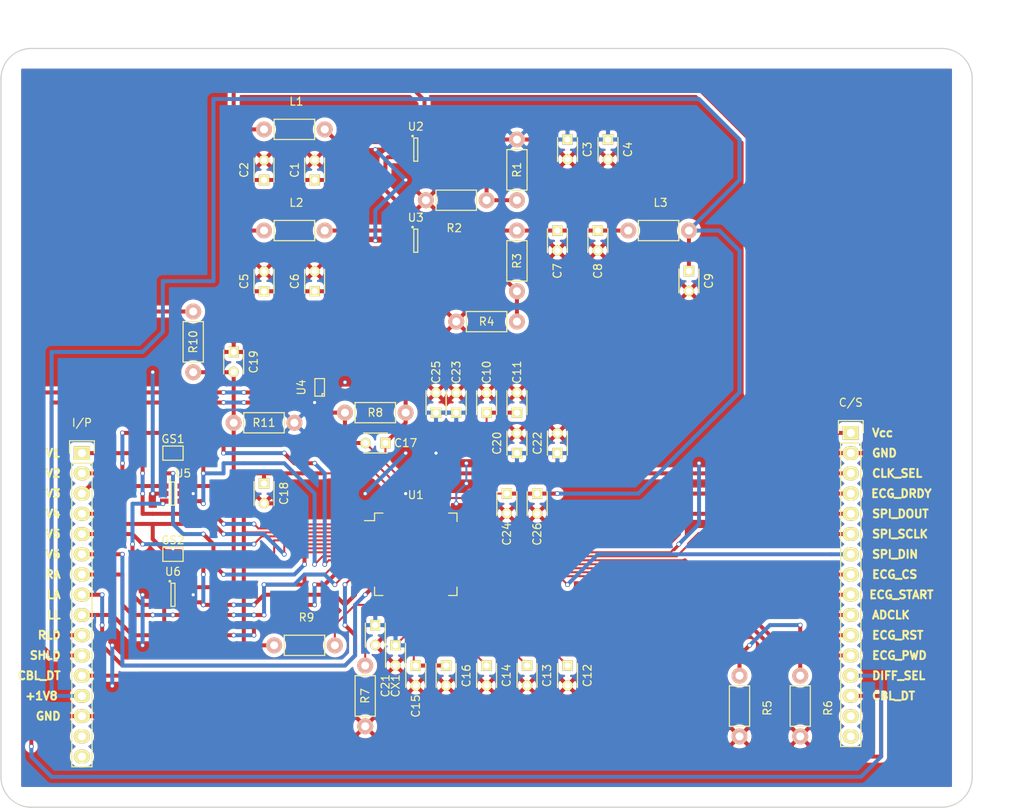
<source format=kicad_pcb>
(kicad_pcb (version 4) (host pcbnew 4.0.3+e1-6302~38~ubuntu16.04.1-stable)
  (layers (0 F.Cu signal) (31 B.Cu mixed) (34 B.Paste user) (35 F.Paste user) (36 B.SilkS user) (37 F.SilkS user) (38 B.Mask user) (39 F.Mask user) (44 Edge.Cuts user))
  (net 0 "")
  (net 1 VCC)
  (net 2 GND)
  (net 3 +2.8VA)
  (net 4 "Net-(C7-Pad1)")
  (net 5 +1V8)
  (net 6 "Net-(C10-Pad1)")
  (net 7 "Net-(C12-Pad1)")
  (net 8 "Net-(C13-Pad1)")
  (net 9 "Net-(C14-Pad1)")
  (net 10 "Net-(C15-Pad1)")
  (net 11 "Net-(C17-Pad1)")
  (net 12 RLD_UF)
  (net 13 "Net-(C18-Pad1)")
  (net 14 "Net-(C19-Pad2)")
  (net 15 V3_F)
  (net 16 "Net-(GS1-Pad2)")
  (net 17 V4_F)
  (net 18 "Net-(GS2-Pad2)")
  (net 19 "Net-(L1-Pad2)")
  (net 20 "Net-(L2-Pad2)")
  (net 21 V1_F)
  (net 22 V2_F)
  (net 23 V5_F)
  (net 24 V6_F)
  (net 25 RA_F)
  (net 26 LA_F)
  (net 27 LL_F)
  (net 28 Shield_UF)
  (net 29 Cable_Detect)
  (net 30 CLK_SEL)
  (net 31 ECG_DRDY)
  (net 32 SPI_DOUT)
  (net 33 SPI_SCLK)
  (net 34 SPI_DIN)
  (net 35 ECG_CS)
  (net 36 ECG_START)
  (net 37 ADCLK)
  (net 38 ECG_RST)
  (net 39 ECG_PWD)
  (net 40 DIFF_SEL)
  (net 41 "Net-(P2-Pad15)")
  (net 42 "Net-(P2-Pad16)")
  (net 43 "Net-(R1-Pad2)")
  (net 44 "Net-(R3-Pad2)")
  (net 45 "Net-(R7-Pad1)")
  (net 46 "Net-(R9-Pad2)")
  (net 47 "Net-(U1-Pad27)")
  (net 48 "Net-(U1-Pad29)")
  (net 49 "Net-(U1-Pad42)")
  (net 50 "Net-(U1-Pad44)")
  (net 51 "Net-(U1-Pad45)")
  (net 52 "Net-(U1-Pad46)")
  (net 53 "Net-(U1-Pad60)")
  (net 54 "Net-(P1-Pad15)")
  (net 55 "Net-(P1-Pad16)")
  (module Capacitors_ThroughHole:C_Disc_D3_P2.5 (layer F.Cu) (at 127 44.45 90)
    (fp_text reference C1 (at 1.25 -2.5 90) (layer F.SilkS))
    (fp_text value 10uF)
    (pad 1 thru_hole rect (at 0 0 90) (size 1.3 1.3) (drill 0.8) (layers *.Cu *.Mask F.SilkS) (net 1 VCC))
    (pad 2 thru_hole circle (at 2.5 0 90) (size 1.3 1.3) (drill 0.8001) (layers *.Cu *.Mask F.SilkS) (net 2 GND))
  )
  (module Capacitors_ThroughHole:C_Disc_D3_P2.5 (layer F.Cu) (at 120.65 44.45 90)
    (fp_text reference C2 (at 1.25 -2.5 90) (layer F.SilkS))
    (fp_text value 100nF)
    (pad 1 thru_hole rect (at 0 0 90) (size 1.3 1.3) (drill 0.8) (layers *.Cu *.Mask F.SilkS) (net 1 VCC))
    (pad 2 thru_hole circle (at 2.5 0 90) (size 1.3 1.3) (drill 0.8001) (layers *.Cu *.Mask F.SilkS) (net 2 GND))
  )
  (module Capacitors_ThroughHole:C_Disc_D3_P2.5 (layer F.Cu) (at 158.75 39.37 270)
    (fp_text reference C3 (at 1.25 -2.5 270) (layer F.SilkS))
    (fp_text value 10uf)
    (pad 1 thru_hole rect (at 0 0 270) (size 1.3 1.3) (drill 0.8) (layers *.Cu *.Mask F.SilkS) (net 3 +2.8VA))
    (pad 2 thru_hole circle (at 2.5 0 270) (size 1.3 1.3) (drill 0.8001) (layers *.Cu *.Mask F.SilkS) (net 2 GND))
  )
  (module Capacitors_ThroughHole:C_Disc_D3_P2.5 (layer F.Cu) (at 163.83 39.37 270)
    (fp_text reference C4 (at 1.25 -2.5 270) (layer F.SilkS))
    (fp_text value 100nF)
    (pad 1 thru_hole rect (at 0 0 270) (size 1.3 1.3) (drill 0.8) (layers *.Cu *.Mask F.SilkS) (net 3 +2.8VA))
    (pad 2 thru_hole circle (at 2.5 0 270) (size 1.3 1.3) (drill 0.8001) (layers *.Cu *.Mask F.SilkS) (net 2 GND))
  )
  (module Capacitors_ThroughHole:C_Disc_D3_P2.5 (layer F.Cu) (at 120.65 58.42 90)
    (fp_text reference C5 (at 1.25 -2.5 90) (layer F.SilkS))
    (fp_text value 10uF)
    (pad 1 thru_hole rect (at 0 0 90) (size 1.3 1.3) (drill 0.8) (layers *.Cu *.Mask F.SilkS) (net 1 VCC))
    (pad 2 thru_hole circle (at 2.5 0 90) (size 1.3 1.3) (drill 0.8001) (layers *.Cu *.Mask F.SilkS) (net 2 GND))
  )
  (module Capacitors_ThroughHole:C_Disc_D3_P2.5 (layer F.Cu) (at 127 58.42 90)
    (fp_text reference C6 (at 1.25 -2.5 90) (layer F.SilkS))
    (fp_text value 100nF)
    (pad 1 thru_hole rect (at 0 0 90) (size 1.3 1.3) (drill 0.8) (layers *.Cu *.Mask F.SilkS) (net 1 VCC))
    (pad 2 thru_hole circle (at 2.5 0 90) (size 1.3 1.3) (drill 0.8001) (layers *.Cu *.Mask F.SilkS) (net 2 GND))
  )
  (module Capacitors_ThroughHole:C_Disc_D3_P2.5 (layer F.Cu) (at 157.48 50.8 270)
    (fp_text reference C7 (at 5.08 0 270) (layer F.SilkS))
    (fp_text value 10uf)
    (pad 1 thru_hole rect (at 0 0 270) (size 1.3 1.3) (drill 0.8) (layers *.Cu *.Mask F.SilkS) (net 4 "Net-(C7-Pad1)"))
    (pad 2 thru_hole circle (at 2.5 0 270) (size 1.3 1.3) (drill 0.8001) (layers *.Cu *.Mask F.SilkS) (net 2 GND))
  )
  (module Capacitors_ThroughHole:C_Disc_D3_P2.5 (layer F.Cu) (at 162.56 50.8 270)
    (fp_text reference C8 (at 5.08 0 270) (layer F.SilkS))
    (fp_text value 100nF)
    (pad 1 thru_hole rect (at 0 0 270) (size 1.3 1.3) (drill 0.8) (layers *.Cu *.Mask F.SilkS) (net 4 "Net-(C7-Pad1)"))
    (pad 2 thru_hole circle (at 2.5 0 270) (size 1.3 1.3) (drill 0.8001) (layers *.Cu *.Mask F.SilkS) (net 2 GND))
  )
  (module Capacitors_ThroughHole:C_Disc_D3_P2.5 (layer F.Cu) (at 173.99 55.88 270)
    (fp_text reference C9 (at 1.25 -2.5 270) (layer F.SilkS))
    (fp_text value 10uf)
    (pad 1 thru_hole rect (at 0 0 270) (size 1.3 1.3) (drill 0.8) (layers *.Cu *.Mask F.SilkS) (net 5 +1V8))
    (pad 2 thru_hole circle (at 2.5 0 270) (size 1.3 1.3) (drill 0.8001) (layers *.Cu *.Mask F.SilkS) (net 2 GND))
  )
  (module Capacitors_ThroughHole:C_Disc_D3_P2.5 (layer F.Cu) (at 148.59 73.66 90)
    (fp_text reference C10 (at 5.08 0 90) (layer F.SilkS))
    (fp_text value 1uf)
    (pad 1 thru_hole rect (at 0 0 90) (size 1.3 1.3) (drill 0.8) (layers *.Cu *.Mask F.SilkS) (net 6 "Net-(C10-Pad1)"))
    (pad 2 thru_hole circle (at 2.5 0 90) (size 1.3 1.3) (drill 0.8001) (layers *.Cu *.Mask F.SilkS) (net 2 GND))
  )
  (module Capacitors_ThroughHole:C_Disc_D3_P2.5 (layer F.Cu) (at 152.4 73.66 90)
    (fp_text reference C11 (at 5.08 0 90) (layer F.SilkS))
    (fp_text value 100nF)
    (pad 1 thru_hole rect (at 0 0 90) (size 1.3 1.3) (drill 0.8) (layers *.Cu *.Mask F.SilkS) (net 6 "Net-(C10-Pad1)"))
    (pad 2 thru_hole circle (at 2.5 0 90) (size 1.3 1.3) (drill 0.8001) (layers *.Cu *.Mask F.SilkS) (net 2 GND))
  )
  (module Capacitors_ThroughHole:C_Disc_D3_P2.5 (layer F.Cu) (at 158.75 105.41 270)
    (fp_text reference C12 (at 1.25 -2.5 270) (layer F.SilkS))
    (fp_text value 1uF)
    (pad 1 thru_hole rect (at 0 0 270) (size 1.3 1.3) (drill 0.8) (layers *.Cu *.Mask F.SilkS) (net 7 "Net-(C12-Pad1)"))
    (pad 2 thru_hole circle (at 2.5 0 270) (size 1.3 1.3) (drill 0.8001) (layers *.Cu *.Mask F.SilkS) (net 2 GND))
  )
  (module Capacitors_ThroughHole:C_Disc_D3_P2.5 (layer F.Cu) (at 153.67 105.41 270)
    (fp_text reference C13 (at 1.25 -2.5 270) (layer F.SilkS))
    (fp_text value 22uF)
    (pad 1 thru_hole rect (at 0 0 270) (size 1.3 1.3) (drill 0.8) (layers *.Cu *.Mask F.SilkS) (net 8 "Net-(C13-Pad1)"))
    (pad 2 thru_hole circle (at 2.5 0 270) (size 1.3 1.3) (drill 0.8001) (layers *.Cu *.Mask F.SilkS) (net 2 GND))
  )
  (module Capacitors_ThroughHole:C_Disc_D3_P2.5 (layer F.Cu) (at 148.59 105.41 270)
    (fp_text reference C14 (at 1.25 -2.5 270) (layer F.SilkS))
    (fp_text value 1uF)
    (pad 1 thru_hole rect (at 0 0 270) (size 1.3 1.3) (drill 0.8) (layers *.Cu *.Mask F.SilkS) (net 9 "Net-(C14-Pad1)"))
    (pad 2 thru_hole circle (at 2.5 0 270) (size 1.3 1.3) (drill 0.8001) (layers *.Cu *.Mask F.SilkS) (net 2 GND))
  )
  (module Capacitors_ThroughHole:C_Disc_D3_P2.5 (layer F.Cu) (at 139.7 105.41 270)
    (fp_text reference C15 (at 5.08 0 270) (layer F.SilkS))
    (fp_text value 10uF)
    (pad 1 thru_hole rect (at 0 0 270) (size 1.3 1.3) (drill 0.8) (layers *.Cu *.Mask F.SilkS) (net 10 "Net-(C15-Pad1)"))
    (pad 2 thru_hole circle (at 2.5 0 270) (size 1.3 1.3) (drill 0.8001) (layers *.Cu *.Mask F.SilkS) (net 2 GND))
  )
  (module Capacitors_ThroughHole:C_Disc_D3_P2.5 (layer F.Cu) (at 143.51 105.41 270)
    (fp_text reference C16 (at 1.27 -2.54 270) (layer F.SilkS))
    (fp_text value 100nF)
    (pad 1 thru_hole rect (at 0 0 270) (size 1.3 1.3) (drill 0.8) (layers *.Cu *.Mask F.SilkS) (net 10 "Net-(C15-Pad1)"))
    (pad 2 thru_hole circle (at 2.5 0 270) (size 1.3 1.3) (drill 0.8001) (layers *.Cu *.Mask F.SilkS) (net 2 GND))
  )
  (module Capacitors_ThroughHole:C_Disc_D3_P2.5 (layer F.Cu) (at 135.89 77.47 180)
    (fp_text reference C17 (at -2.54 0 180) (layer F.SilkS))
    (fp_text value 10nF)
    (pad 1 thru_hole rect (at 0 0 180) (size 1.3 1.3) (drill 0.8) (layers *.Cu *.Mask F.SilkS) (net 11 "Net-(C17-Pad1)"))
    (pad 2 thru_hole circle (at 2.5 0 180) (size 1.3 1.3) (drill 0.8001) (layers *.Cu *.Mask F.SilkS) (net 12 RLD_UF))
  )
  (module Capacitors_ThroughHole:C_Disc_D3_P2.5 (layer F.Cu) (at 120.65 82.55 270)
    (fp_text reference C18 (at 1.25 -2.5 270) (layer F.SilkS))
    (fp_text value 100nF)
    (pad 1 thru_hole rect (at 0 0 270) (size 1.3 1.3) (drill 0.8) (layers *.Cu *.Mask F.SilkS) (net 13 "Net-(C18-Pad1)"))
    (pad 2 thru_hole circle (at 2.5 0 270) (size 1.3 1.3) (drill 0.8001) (layers *.Cu *.Mask F.SilkS) (net 2 GND))
  )
  (module Capacitors_ThroughHole:C_Disc_D3_P2.5 (layer F.Cu) (at 116.84 66.04 270)
    (fp_text reference C19 (at 1.25 -2.5 270) (layer F.SilkS))
    (fp_text value 100nF)
    (pad 1 thru_hole rect (at 0 0 270) (size 1.3 1.3) (drill 0.8) (layers *.Cu *.Mask F.SilkS) (net 2 GND))
    (pad 2 thru_hole circle (at 2.5 0 270) (size 1.3 1.3) (drill 0.8001) (layers *.Cu *.Mask F.SilkS) (net 14 "Net-(C19-Pad2)"))
  )
  (module Connect:GS2 (layer F.Cu) (at 109.22 78.74 90)
    (fp_text reference GS1 (at 1.778 0 180) (layer F.SilkS))
    (fp_text value GS2)
    (pad 1 smd rect (at 0 -0.635 90) (size 1.27 0.9652) (layers F.Cu F.Paste F.Mask) (net 15 V3_F))
    (pad 2 smd rect (at 0 0.635 90) (size 1.27 0.9652) (layers F.Cu F.Paste F.Mask) (net 16 "Net-(GS1-Pad2)"))
  )
  (module Connect:GS2 (layer F.Cu) (at 109.22 91.44 90)
    (fp_text reference GS2 (at 1.778 0 180) (layer F.SilkS))
    (fp_text value GS2)
    (pad 1 smd rect (at 0 -0.635 90) (size 1.27 0.9652) (layers F.Cu F.Paste F.Mask) (net 17 V4_F))
    (pad 2 smd rect (at 0 0.635 90) (size 1.27 0.9652) (layers F.Cu F.Paste F.Mask) (net 18 "Net-(GS2-Pad2)"))
  )
  (module Resistors_ThroughHole:Resistor_Horizontal_RM7mm (layer F.Cu) (at 120.65 38.1)
    (fp_text reference L1 (at 4.05892 -3.50012) (layer F.SilkS))
    (fp_text value "4.7 uH  PFL2015-472MEC")
    (pad 1 thru_hole circle (at 0 0) (size 1.99898 1.99898) (drill 1.00076) (layers *.Cu *.SilkS *.Mask) (net 1 VCC))
    (pad 2 thru_hole circle (at 7.62 0) (size 1.99898 1.99898) (drill 1.00076) (layers *.Cu *.SilkS *.Mask) (net 19 "Net-(L1-Pad2)"))
  )
  (module Resistors_ThroughHole:Resistor_Horizontal_RM7mm (layer F.Cu) (at 120.65 50.8)
    (fp_text reference L2 (at 4.05892 -3.50012) (layer F.SilkS))
    (fp_text value "4.7 uH  PFL2015-472MEC")
    (pad 1 thru_hole circle (at 0 0) (size 1.99898 1.99898) (drill 1.00076) (layers *.Cu *.SilkS *.Mask) (net 1 VCC))
    (pad 2 thru_hole circle (at 7.62 0) (size 1.99898 1.99898) (drill 1.00076) (layers *.Cu *.SilkS *.Mask) (net 20 "Net-(L2-Pad2)"))
  )
  (module Resistors_ThroughHole:Resistor_Horizontal_RM7mm (layer F.Cu) (at 166.37 50.8)
    (fp_text reference L3 (at 4.05892 -3.50012) (layer F.SilkS))
    (fp_text value "4.7 uH")
    (pad 1 thru_hole circle (at 0 0) (size 1.99898 1.99898) (drill 1.00076) (layers *.Cu *.SilkS *.Mask) (net 4 "Net-(C7-Pad1)"))
    (pad 2 thru_hole circle (at 7.62 0) (size 1.99898 1.99898) (drill 1.00076) (layers *.Cu *.SilkS *.Mask) (net 5 +1V8))
  )
  (module Pin_Headers:Pin_Header_Straight_1x16 (layer F.Cu) (at 194.31 76.2)
    (fp_text reference C/S (at 0 -3.81) (layer F.SilkS))
    (fp_text value CONN_01X16)
    (pad 1 thru_hole rect (at 0 0) (size 2.032 1.7272) (drill 1.016) (layers *.Cu *.Mask F.SilkS) (net 1 VCC))
    (pad 2 thru_hole oval (at 0 2.54) (size 2.032 1.7272) (drill 1.016) (layers *.Cu *.Mask F.SilkS) (net 2 GND))
    (pad 3 thru_hole oval (at 0 5.08) (size 2.032 1.7272) (drill 1.016) (layers *.Cu *.Mask F.SilkS) (net 30 CLK_SEL))
    (pad 4 thru_hole oval (at 0 7.62) (size 2.032 1.7272) (drill 1.016) (layers *.Cu *.Mask F.SilkS) (net 31 ECG_DRDY))
    (pad 5 thru_hole oval (at 0 10.16) (size 2.032 1.7272) (drill 1.016) (layers *.Cu *.Mask F.SilkS) (net 32 SPI_DOUT))
    (pad 6 thru_hole oval (at 0 12.7) (size 2.032 1.7272) (drill 1.016) (layers *.Cu *.Mask F.SilkS) (net 33 SPI_SCLK))
    (pad 7 thru_hole oval (at 0 15.24) (size 2.032 1.7272) (drill 1.016) (layers *.Cu *.Mask F.SilkS) (net 34 SPI_DIN))
    (pad 8 thru_hole oval (at 0 17.78) (size 2.032 1.7272) (drill 1.016) (layers *.Cu *.Mask F.SilkS) (net 35 ECG_CS))
    (pad 9 thru_hole oval (at 0 20.32) (size 2.032 1.7272) (drill 1.016) (layers *.Cu *.Mask F.SilkS) (net 36 ECG_START))
    (pad 10 thru_hole oval (at 0 22.86) (size 2.032 1.7272) (drill 1.016) (layers *.Cu *.Mask F.SilkS) (net 37 ADCLK))
    (pad 11 thru_hole oval (at 0 25.4) (size 2.032 1.7272) (drill 1.016) (layers *.Cu *.Mask F.SilkS) (net 38 ECG_RST))
    (pad 12 thru_hole oval (at 0 27.94) (size 2.032 1.7272) (drill 1.016) (layers *.Cu *.Mask F.SilkS) (net 39 ECG_PWD))
    (pad 13 thru_hole oval (at 0 30.48) (size 2.032 1.7272) (drill 1.016) (layers *.Cu *.Mask F.SilkS) (net 40 DIFF_SEL))
    (pad 14 thru_hole oval (at 0 33.02) (size 2.032 1.7272) (drill 1.016) (layers *.Cu *.Mask F.SilkS) (net 29 Cable_Detect))
    (pad 15 thru_hole oval (at 0 35.56) (size 2.032 1.7272) (drill 1.016) (layers *.Cu *.Mask F.SilkS) (net 41 "Net-(P2-Pad15)"))
    (pad 16 thru_hole oval (at 0 38.1) (size 2.032 1.7272) (drill 1.016) (layers *.Cu *.Mask F.SilkS) (net 42 "Net-(P2-Pad16)"))
  )
  (module Resistors_ThroughHole:Resistor_Horizontal_RM7mm (layer F.Cu) (at 152.4 39.37 270)
    (fp_text reference R1 (at 3.81 0 270) (layer F.SilkS))
    (fp_text value R)
    (pad 1 thru_hole circle (at 0 0 270) (size 1.99898 1.99898) (drill 1.00076) (layers *.Cu *.SilkS *.Mask) (net 3 +2.8VA))
    (pad 2 thru_hole circle (at 7.62 0 270) (size 1.99898 1.99898) (drill 1.00076) (layers *.Cu *.SilkS *.Mask) (net 43 "Net-(R1-Pad2)"))
  )
  (module Resistors_ThroughHole:Resistor_Horizontal_RM7mm (layer F.Cu) (at 148.59 46.99 180)
    (fp_text reference R2 (at 4.05892 -3.50012 180) (layer F.SilkS))
    (fp_text value R)
    (pad 1 thru_hole circle (at 0 0 180) (size 1.99898 1.99898) (drill 1.00076) (layers *.Cu *.SilkS *.Mask) (net 43 "Net-(R1-Pad2)"))
    (pad 2 thru_hole circle (at 7.62 0 180) (size 1.99898 1.99898) (drill 1.00076) (layers *.Cu *.SilkS *.Mask) (net 2 GND))
  )
  (module Resistors_ThroughHole:Resistor_Horizontal_RM7mm (layer F.Cu) (at 152.4 50.8 270)
    (fp_text reference R3 (at 3.81 0 270) (layer F.SilkS))
    (fp_text value 270k)
    (pad 1 thru_hole circle (at 0 0 270) (size 1.99898 1.99898) (drill 1.00076) (layers *.Cu *.SilkS *.Mask) (net 4 "Net-(C7-Pad1)"))
    (pad 2 thru_hole circle (at 7.62 0 270) (size 1.99898 1.99898) (drill 1.00076) (layers *.Cu *.SilkS *.Mask) (net 44 "Net-(R3-Pad2)"))
  )
  (module Resistors_ThroughHole:Resistor_Horizontal_RM7mm (layer F.Cu) (at 152.4 62.23 180)
    (fp_text reference R4 (at 3.81 0 180) (layer F.SilkS))
    (fp_text value 100k)
    (pad 1 thru_hole circle (at 0 0 180) (size 1.99898 1.99898) (drill 1.00076) (layers *.Cu *.SilkS *.Mask) (net 44 "Net-(R3-Pad2)"))
    (pad 2 thru_hole circle (at 7.62 0 180) (size 1.99898 1.99898) (drill 1.00076) (layers *.Cu *.SilkS *.Mask) (net 2 GND))
  )
  (module Resistors_ThroughHole:Resistor_Horizontal_RM7mm (layer F.Cu) (at 180.34 106.68 270)
    (fp_text reference R5 (at 4.05892 -3.50012 270) (layer F.SilkS))
    (fp_text value 10k)
    (pad 1 thru_hole circle (at 0 0 270) (size 1.99898 1.99898) (drill 1.00076) (layers *.Cu *.SilkS *.Mask) (net 38 ECG_RST))
    (pad 2 thru_hole circle (at 7.62 0 270) (size 1.99898 1.99898) (drill 1.00076) (layers *.Cu *.SilkS *.Mask) (net 2 GND))
  )
  (module Resistors_ThroughHole:Resistor_Horizontal_RM7mm (layer F.Cu) (at 187.96 106.68 270)
    (fp_text reference R6 (at 4.05892 -3.50012 270) (layer F.SilkS))
    (fp_text value 100k)
    (pad 1 thru_hole circle (at 0 0 270) (size 1.99898 1.99898) (drill 1.00076) (layers *.Cu *.SilkS *.Mask) (net 39 ECG_PWD))
    (pad 2 thru_hole circle (at 7.62 0 270) (size 1.99898 1.99898) (drill 1.00076) (layers *.Cu *.SilkS *.Mask) (net 2 GND))
  )
  (module Resistors_ThroughHole:Resistor_Horizontal_RM7mm (layer F.Cu) (at 133.35 105.41 270)
    (fp_text reference R7 (at 3.81 0 270) (layer F.SilkS))
    (fp_text value 1k)
    (pad 1 thru_hole circle (at 0 0 270) (size 1.99898 1.99898) (drill 1.00076) (layers *.Cu *.SilkS *.Mask) (net 45 "Net-(R7-Pad1)"))
    (pad 2 thru_hole circle (at 7.62 0 270) (size 1.99898 1.99898) (drill 1.00076) (layers *.Cu *.SilkS *.Mask) (net 2 GND))
  )
  (module Resistors_ThroughHole:Resistor_Horizontal_RM7mm (layer F.Cu) (at 138.43 73.66 180)
    (fp_text reference R8 (at 3.81 0 180) (layer F.SilkS))
    (fp_text value 392k)
    (pad 1 thru_hole circle (at 0 0 180) (size 1.99898 1.99898) (drill 1.00076) (layers *.Cu *.SilkS *.Mask) (net 11 "Net-(C17-Pad1)"))
    (pad 2 thru_hole circle (at 7.62 0 180) (size 1.99898 1.99898) (drill 1.00076) (layers *.Cu *.SilkS *.Mask) (net 12 RLD_UF))
  )
  (module Resistors_ThroughHole:Resistor_Horizontal_RM7mm (layer F.Cu) (at 121.92 102.87)
    (fp_text reference R9 (at 4.05892 -3.50012) (layer F.SilkS))
    (fp_text value 1k)
    (pad 1 thru_hole circle (at 0 0) (size 1.99898 1.99898) (drill 1.00076) (layers *.Cu *.SilkS *.Mask) (net 13 "Net-(C18-Pad1)"))
    (pad 2 thru_hole circle (at 7.62 0) (size 1.99898 1.99898) (drill 1.00076) (layers *.Cu *.SilkS *.Mask) (net 46 "Net-(R9-Pad2)"))
  )
  (module Resistors_ThroughHole:Resistor_Horizontal_RM7mm (layer F.Cu) (at 111.76 60.96 270)
    (fp_text reference R10 (at 3.81 0 270) (layer F.SilkS))
    (fp_text value 10k)
    (pad 1 thru_hole circle (at 0 0 270) (size 1.99898 1.99898) (drill 1.00076) (layers *.Cu *.SilkS *.Mask) (net 40 DIFF_SEL))
    (pad 2 thru_hole circle (at 7.62 0 270) (size 1.99898 1.99898) (drill 1.00076) (layers *.Cu *.SilkS *.Mask) (net 14 "Net-(C19-Pad2)"))
  )
  (module Resistors_ThroughHole:Resistor_Horizontal_RM7mm (layer F.Cu) (at 124.46 74.93 180)
    (fp_text reference R11 (at 3.81 0 180) (layer F.SilkS))
    (fp_text value 100k)
    (pad 1 thru_hole circle (at 0 0 180) (size 1.99898 1.99898) (drill 1.00076) (layers *.Cu *.SilkS *.Mask) (net 3 +2.8VA))
    (pad 2 thru_hole circle (at 7.62 0 180) (size 1.99898 1.99898) (drill 1.00076) (layers *.Cu *.SilkS *.Mask) (net 14 "Net-(C19-Pad2)"))
  )
  (module Housings_QFP:TQFP-64_10x10mm_Pitch0.5mm (layer F.Cu) (at 139.7 91.44)
    (fp_text reference U1 (at 0 -7.45) (layer F.SilkS))
    (fp_text value ADS1298)
    (pad 1 smd rect (at -5.7 -3.75) (size 1.5 0.3) (layers F.Cu F.Paste F.Mask) (net 13 "Net-(C18-Pad1)"))
    (pad 2 smd rect (at -5.7 -3.25) (size 1.5 0.3) (layers F.Cu F.Paste F.Mask) (net 21 V1_F))
    (pad 3 smd rect (at -5.7 -2.75) (size 1.5 0.3) (layers F.Cu F.Paste F.Mask) (net 13 "Net-(C18-Pad1)"))
    (pad 4 smd rect (at -5.7 -2.25) (size 1.5 0.3) (layers F.Cu F.Paste F.Mask) (net 23 V5_F))
    (pad 5 smd rect (at -5.7 -1.75) (size 1.5 0.3) (layers F.Cu F.Paste F.Mask) (net 13 "Net-(C18-Pad1)"))
    (pad 6 smd rect (at -5.7 -1.25) (size 1.5 0.3) (layers F.Cu F.Paste F.Mask) (net 17 V4_F))
    (pad 7 smd rect (at -5.7 -0.75) (size 1.5 0.3) (layers F.Cu F.Paste F.Mask) (net 13 "Net-(C18-Pad1)"))
    (pad 8 smd rect (at -5.7 -0.25) (size 1.5 0.3) (layers F.Cu F.Paste F.Mask) (net 15 V3_F))
    (pad 9 smd rect (at -5.7 0.25) (size 1.5 0.3) (layers F.Cu F.Paste F.Mask) (net 16 "Net-(GS1-Pad2)"))
    (pad 10 smd rect (at -5.7 0.75) (size 1.5 0.3) (layers F.Cu F.Paste F.Mask) (net 22 V2_F))
    (pad 11 smd rect (at -5.7 1.25) (size 1.5 0.3) (layers F.Cu F.Paste F.Mask) (net 25 RA_F))
    (pad 12 smd rect (at -5.7 1.75) (size 1.5 0.3) (layers F.Cu F.Paste F.Mask) (net 27 LL_F))
    (pad 13 smd rect (at -5.7 2.25) (size 1.5 0.3) (layers F.Cu F.Paste F.Mask) (net 25 RA_F))
    (pad 14 smd rect (at -5.7 2.75) (size 1.5 0.3) (layers F.Cu F.Paste F.Mask) (net 26 LA_F))
    (pad 15 smd rect (at -5.7 3.25) (size 1.5 0.3) (layers F.Cu F.Paste F.Mask) (net 18 "Net-(GS2-Pad2)"))
    (pad 16 smd rect (at -5.7 3.75) (size 1.5 0.3) (layers F.Cu F.Paste F.Mask) (net 24 V6_F))
    (pad 17 smd rect (at -3.75 5.7 90) (size 1.5 0.3) (layers F.Cu F.Paste F.Mask) (net 46 "Net-(R9-Pad2)"))
    (pad 18 smd rect (at -3.25 5.7 90) (size 1.5 0.3) (layers F.Cu F.Paste F.Mask) (net 45 "Net-(R7-Pad1)"))
    (pad 19 smd rect (at -2.75 5.7 90) (size 1.5 0.3) (layers F.Cu F.Paste F.Mask) (net 3 +2.8VA))
    (pad 20 smd rect (at -2.25 5.7 90) (size 1.5 0.3) (layers F.Cu F.Paste F.Mask) (net 2 GND))
    (pad 21 smd rect (at -1.75 5.7 90) (size 1.5 0.3) (layers F.Cu F.Paste F.Mask) (net 3 +2.8VA))
    (pad 22 smd rect (at -1.25 5.7 90) (size 1.5 0.3) (layers F.Cu F.Paste F.Mask) (net 3 +2.8VA))
    (pad 23 smd rect (at -0.75 5.7 90) (size 1.5 0.3) (layers F.Cu F.Paste F.Mask) (net 2 GND))
    (pad 24 smd rect (at -0.25 5.7 90) (size 1.5 0.3) (layers F.Cu F.Paste F.Mask) (net 10 "Net-(C15-Pad1)"))
    (pad 25 smd rect (at 0.25 5.7 90) (size 1.5 0.3) (layers F.Cu F.Paste F.Mask) (net 2 GND))
    (pad 26 smd rect (at 0.75 5.7 90) (size 1.5 0.3) (layers F.Cu F.Paste F.Mask) (net 9 "Net-(C14-Pad1)"))
    (pad 27 smd rect (at 1.25 5.7 90) (size 1.5 0.3) (layers F.Cu F.Paste F.Mask) (net 47 "Net-(U1-Pad27)"))
    (pad 28 smd rect (at 1.75 5.7 90) (size 1.5 0.3) (layers F.Cu F.Paste F.Mask) (net 8 "Net-(C13-Pad1)"))
    (pad 29 smd rect (at 2.25 5.7 90) (size 1.5 0.3) (layers F.Cu F.Paste F.Mask) (net 48 "Net-(U1-Pad29)"))
    (pad 30 smd rect (at 2.75 5.7 90) (size 1.5 0.3) (layers F.Cu F.Paste F.Mask) (net 7 "Net-(C12-Pad1)"))
    (pad 31 smd rect (at 3.25 5.7 90) (size 1.5 0.3) (layers F.Cu F.Paste F.Mask) (net 2 GND))
    (pad 32 smd rect (at 3.75 5.7 90) (size 1.5 0.3) (layers F.Cu F.Paste F.Mask) (net 2 GND))
    (pad 33 smd rect (at 5.7 3.75) (size 1.5 0.3) (layers F.Cu F.Paste F.Mask) (net 2 GND))
    (pad 34 smd rect (at 5.7 3.25) (size 1.5 0.3) (layers F.Cu F.Paste F.Mask) (net 34 SPI_DIN))
    (pad 35 smd rect (at 5.7 2.75) (size 1.5 0.3) (layers F.Cu F.Paste F.Mask) (net 39 ECG_PWD))
    (pad 36 smd rect (at 5.7 2.25) (size 1.5 0.3) (layers F.Cu F.Paste F.Mask) (net 38 ECG_RST))
    (pad 37 smd rect (at 5.7 1.75) (size 1.5 0.3) (layers F.Cu F.Paste F.Mask) (net 37 ADCLK))
    (pad 38 smd rect (at 5.7 1.25) (size 1.5 0.3) (layers F.Cu F.Paste F.Mask) (net 36 ECG_START))
    (pad 39 smd rect (at 5.7 0.75) (size 1.5 0.3) (layers F.Cu F.Paste F.Mask) (net 35 ECG_CS))
    (pad 40 smd rect (at 5.7 0.25) (size 1.5 0.3) (layers F.Cu F.Paste F.Mask) (net 33 SPI_SCLK))
    (pad 41 smd rect (at 5.7 -0.25) (size 1.5 0.3) (layers F.Cu F.Paste F.Mask) (net 2 GND))
    (pad 42 smd rect (at 5.7 -0.75) (size 1.5 0.3) (layers F.Cu F.Paste F.Mask) (net 49 "Net-(U1-Pad42)"))
    (pad 43 smd rect (at 5.7 -1.25) (size 1.5 0.3) (layers F.Cu F.Paste F.Mask) (net 32 SPI_DOUT))
    (pad 44 smd rect (at 5.7 -1.75) (size 1.5 0.3) (layers F.Cu F.Paste F.Mask) (net 50 "Net-(U1-Pad44)"))
    (pad 45 smd rect (at 5.7 -2.25) (size 1.5 0.3) (layers F.Cu F.Paste F.Mask) (net 51 "Net-(U1-Pad45)"))
    (pad 46 smd rect (at 5.7 -2.75) (size 1.5 0.3) (layers F.Cu F.Paste F.Mask) (net 52 "Net-(U1-Pad46)"))
    (pad 47 smd rect (at 5.7 -3.25) (size 1.5 0.3) (layers F.Cu F.Paste F.Mask) (net 31 ECG_DRDY))
    (pad 48 smd rect (at 5.7 -3.75) (size 1.5 0.3) (layers F.Cu F.Paste F.Mask) (net 5 +1V8))
    (pad 49 smd rect (at 3.75 -5.7 90) (size 1.5 0.3) (layers F.Cu F.Paste F.Mask) (net 2 GND))
    (pad 50 smd rect (at 3.25 -5.7 90) (size 1.5 0.3) (layers F.Cu F.Paste F.Mask) (net 5 +1V8))
    (pad 51 smd rect (at 2.75 -5.7 90) (size 1.5 0.3) (layers F.Cu F.Paste F.Mask) (net 2 GND))
    (pad 52 smd rect (at 2.25 -5.7 90) (size 1.5 0.3) (layers F.Cu F.Paste F.Mask) (net 30 CLK_SEL))
    (pad 53 smd rect (at 1.75 -5.7 90) (size 1.5 0.3) (layers F.Cu F.Paste F.Mask) (net 2 GND))
    (pad 54 smd rect (at 1.25 -5.7 90) (size 1.5 0.3) (layers F.Cu F.Paste F.Mask) (net 3 +2.8VA))
    (pad 55 smd rect (at 0.75 -5.7 90) (size 1.5 0.3) (layers F.Cu F.Paste F.Mask) (net 6 "Net-(C10-Pad1)"))
    (pad 56 smd rect (at 0.25 -5.7 90) (size 1.5 0.3) (layers F.Cu F.Paste F.Mask) (net 3 +2.8VA))
    (pad 57 smd rect (at -0.25 -5.7 90) (size 1.5 0.3) (layers F.Cu F.Paste F.Mask) (net 2 GND))
    (pad 58 smd rect (at -0.75 -5.7 90) (size 1.5 0.3) (layers F.Cu F.Paste F.Mask) (net 2 GND))
    (pad 59 smd rect (at -1.25 -5.7 90) (size 1.5 0.3) (layers F.Cu F.Paste F.Mask) (net 3 +2.8VA))
    (pad 60 smd rect (at -1.75 -5.7 90) (size 1.5 0.3) (layers F.Cu F.Paste F.Mask) (net 53 "Net-(U1-Pad60)"))
    (pad 61 smd rect (at -2.25 -5.7 90) (size 1.5 0.3) (layers F.Cu F.Paste F.Mask) (net 11 "Net-(C17-Pad1)"))
    (pad 62 smd rect (at -2.75 -5.7 90) (size 1.5 0.3) (layers F.Cu F.Paste F.Mask) (net 12 RLD_UF))
    (pad 63 smd rect (at -3.25 -5.7 90) (size 1.5 0.3) (layers F.Cu F.Paste F.Mask) (net 12 RLD_UF))
    (pad 64 smd rect (at -3.75 -5.7 90) (size 1.5 0.3) (layers F.Cu F.Paste F.Mask) (net 13 "Net-(C18-Pad1)"))
  )
  (module Housings_SOT-23_SOT-143_TSOT-6:SOT-23-6 (layer F.Cu) (at 139.7 40.64)
    (fp_text reference U2 (at 0 -2.9) (layer F.SilkS))
    (fp_text value TLV61220)
    (pad 1 smd rect (at -1.1 -0.95) (size 1.06 0.65) (layers F.Cu F.Paste F.Mask) (net 19 "Net-(L1-Pad2)"))
    (pad 2 smd rect (at -1.1 0) (size 1.06 0.65) (layers F.Cu F.Paste F.Mask) (net 2 GND))
    (pad 3 smd rect (at -1.1 0.95) (size 1.06 0.65) (layers F.Cu F.Paste F.Mask) (net 1 VCC))
    (pad 4 smd rect (at 1.1 0.95) (size 1.06 0.65) (layers F.Cu F.Paste F.Mask) (net 43 "Net-(R1-Pad2)"))
    (pad 6 smd rect (at 1.1 -0.95) (size 1.06 0.65) (layers F.Cu F.Paste F.Mask) (net 1 VCC))
    (pad 5 smd rect (at 1.1 0) (size 1.06 0.65) (layers F.Cu F.Paste F.Mask) (net 3 +2.8VA))
  )
  (module Housings_SOT-23_SOT-143_TSOT-6:SOT-23-6 (layer F.Cu) (at 139.7 52.07)
    (fp_text reference U3 (at 0 -2.9) (layer F.SilkS))
    (fp_text value TLV61220)
    (pad 1 smd rect (at -1.1 -0.95) (size 1.06 0.65) (layers F.Cu F.Paste F.Mask) (net 20 "Net-(L2-Pad2)"))
    (pad 2 smd rect (at -1.1 0) (size 1.06 0.65) (layers F.Cu F.Paste F.Mask) (net 2 GND))
    (pad 3 smd rect (at -1.1 0.95) (size 1.06 0.65) (layers F.Cu F.Paste F.Mask) (net 1 VCC))
    (pad 4 smd rect (at 1.1 0.95) (size 1.06 0.65) (layers F.Cu F.Paste F.Mask) (net 44 "Net-(R3-Pad2)"))
    (pad 6 smd rect (at 1.1 -0.95) (size 1.06 0.65) (layers F.Cu F.Paste F.Mask) (net 1 VCC))
    (pad 5 smd rect (at 1.1 0) (size 1.06 0.65) (layers F.Cu F.Paste F.Mask) (net 4 "Net-(C7-Pad1)"))
  )
  (module TO_SOT_Packages_SMD:SC-70-5 (layer F.Cu) (at 127.635 70.485 90)
    (fp_text reference U4 (at 0 -2.3 90) (layer F.SilkS))
    (fp_text value OPA379)
    (pad 1 smd rect (at -0.6604 1.016 90) (size 0.4064 0.6604) (layers F.Cu F.Paste F.Mask) (net 11 "Net-(C17-Pad1)"))
    (pad 3 smd rect (at 0.6604 1.016 90) (size 0.4064 0.6604) (layers F.Cu F.Paste F.Mask) (net 28 Shield_UF))
    (pad 2 smd rect (at 0 1.016 90) (size 0.4064 0.6604) (layers F.Cu F.Paste F.Mask) (net 2 GND))
    (pad 4 smd rect (at 0.6604 -1.016 90) (size 0.4064 0.6604) (layers F.Cu F.Paste F.Mask) (net 28 Shield_UF))
    (pad 5 smd rect (at -0.6604 -1.016 90) (size 0.4064 0.6604) (layers F.Cu F.Paste F.Mask) (net 3 +2.8VA))
  )
  (module Housings_SOT-23_SOT-143_TSOT-6:SOT-23-6 (layer F.Cu) (at 109.22 83.82)
    (fp_text reference U5 (at 1.27 -2.54) (layer F.SilkS))
    (fp_text value TS5A3159)
    (pad 1 smd rect (at -1.1 -0.95) (size 1.06 0.65) (layers F.Cu F.Paste F.Mask) (net 15 V3_F))
    (pad 2 smd rect (at -1.1 0) (size 1.06 0.65) (layers F.Cu F.Paste F.Mask) (net 2 GND))
    (pad 3 smd rect (at -1.1 0.95) (size 1.06 0.65) (layers F.Cu F.Paste F.Mask) (net 13 "Net-(C18-Pad1)"))
    (pad 4 smd rect (at 1.1 0.95) (size 1.06 0.65) (layers F.Cu F.Paste F.Mask) (net 16 "Net-(GS1-Pad2)"))
    (pad 6 smd rect (at 1.1 -0.95) (size 1.06 0.65) (layers F.Cu F.Paste F.Mask) (net 14 "Net-(C19-Pad2)"))
    (pad 5 smd rect (at 1.1 0) (size 1.06 0.65) (layers F.Cu F.Paste F.Mask) (net 3 +2.8VA))
  )
  (module Housings_SOT-23_SOT-143_TSOT-6:SOT-23-6 (layer F.Cu) (at 109.22 96.52)
    (fp_text reference U6 (at 0 -2.9) (layer F.SilkS))
    (fp_text value TS5A3159)
    (pad 1 smd rect (at -1.1 -0.95) (size 1.06 0.65) (layers F.Cu F.Paste F.Mask) (net 17 V4_F))
    (pad 2 smd rect (at -1.1 0) (size 1.06 0.65) (layers F.Cu F.Paste F.Mask) (net 2 GND))
    (pad 3 smd rect (at -1.1 0.95) (size 1.06 0.65) (layers F.Cu F.Paste F.Mask) (net 13 "Net-(C18-Pad1)"))
    (pad 4 smd rect (at 1.1 0.95) (size 1.06 0.65) (layers F.Cu F.Paste F.Mask) (net 18 "Net-(GS2-Pad2)"))
    (pad 6 smd rect (at 1.1 -0.95) (size 1.06 0.65) (layers F.Cu F.Paste F.Mask) (net 14 "Net-(C19-Pad2)"))
    (pad 5 smd rect (at 1.1 0) (size 1.06 0.65) (layers F.Cu F.Paste F.Mask) (net 3 +2.8VA))
  )
  (module Capacitors_ThroughHole:C_Disc_D3_P2.5 (layer F.Cu) (at 152.4 78.74 90)
    (fp_text reference C20 (at 1.25 -2.5 90) (layer F.SilkS))
    (fp_text value CX)
    (pad 1 thru_hole rect (at 0 0 90) (size 1.3 1.3) (drill 0.8) (layers *.Cu *.Mask F.SilkS) (net 3 +2.8VA))
    (pad 2 thru_hole circle (at 2.5 0 90) (size 1.3 1.3) (drill 0.8001) (layers *.Cu *.Mask F.SilkS) (net 2 GND))
  )
  (module Capacitors_ThroughHole:C_Disc_D3_P2.5 (layer F.Cu) (at 134.62 100.33 270)
    (fp_text reference C21 (at 7.62 -1.27 270) (layer F.SilkS))
    (fp_text value CY)
    (pad 1 thru_hole rect (at 0 0 270) (size 1.3 1.3) (drill 0.8) (layers *.Cu *.Mask F.SilkS) (net 3 +2.8VA))
    (pad 2 thru_hole circle (at 2.5 0 270) (size 1.3 1.3) (drill 0.8001) (layers *.Cu *.Mask F.SilkS) (net 2 GND))
  )
  (module Capacitors_ThroughHole:C_Disc_D3_P2.5 (layer F.Cu) (at 157.48 78.74 90)
    (fp_text reference C22 (at 1.25 -2.5 90) (layer F.SilkS))
    (fp_text value CY)
    (pad 1 thru_hole rect (at 0 0 90) (size 1.3 1.3) (drill 0.8) (layers *.Cu *.Mask F.SilkS) (net 3 +2.8VA))
    (pad 2 thru_hole circle (at 2.5 0 90) (size 1.3 1.3) (drill 0.8001) (layers *.Cu *.Mask F.SilkS) (net 2 GND))
  )
  (module Capacitors_ThroughHole:C_Disc_D3_P2.5 (layer F.Cu) (at 144.78 73.66 90)
    (fp_text reference C23 (at 5.08 0 90) (layer F.SilkS))
    (fp_text value CX)
    (pad 1 thru_hole rect (at 0 0 90) (size 1.3 1.3) (drill 0.8) (layers *.Cu *.Mask F.SilkS) (net 3 +2.8VA))
    (pad 2 thru_hole circle (at 2.5 0 90) (size 1.3 1.3) (drill 0.8001) (layers *.Cu *.Mask F.SilkS) (net 2 GND))
  )
  (module Capacitors_ThroughHole:C_Disc_D3_P2.5 (layer F.Cu) (at 151.13 83.82 270)
    (fp_text reference C24 (at 5.08 0 270) (layer F.SilkS))
    (fp_text value CX)
    (pad 1 thru_hole rect (at 0 0 270) (size 1.3 1.3) (drill 0.8) (layers *.Cu *.Mask F.SilkS) (net 5 +1V8))
    (pad 2 thru_hole circle (at 2.5 0 270) (size 1.3 1.3) (drill 0.8001) (layers *.Cu *.Mask F.SilkS) (net 2 GND))
  )
  (module Capacitors_ThroughHole:C_Disc_D3_P2.5 (layer F.Cu) (at 142.24 73.66 90)
    (fp_text reference C25 (at 5.08 0 90) (layer F.SilkS))
    (fp_text value CY)
    (pad 1 thru_hole rect (at 0 0 90) (size 1.3 1.3) (drill 0.8) (layers *.Cu *.Mask F.SilkS) (net 3 +2.8VA))
    (pad 2 thru_hole circle (at 2.5 0 90) (size 1.3 1.3) (drill 0.8001) (layers *.Cu *.Mask F.SilkS) (net 2 GND))
  )
  (module Capacitors_ThroughHole:C_Disc_D3_P2.5 (layer F.Cu) (at 154.94 83.82 270)
    (fp_text reference C26 (at 5.08 0 270) (layer F.SilkS))
    (fp_text value CY)
    (pad 1 thru_hole rect (at 0 0 270) (size 1.3 1.3) (drill 0.8) (layers *.Cu *.Mask F.SilkS) (net 5 +1V8))
    (pad 2 thru_hole circle (at 2.5 0 270) (size 1.3 1.3) (drill 0.8001) (layers *.Cu *.Mask F.SilkS) (net 2 GND))
  )
  (module Capacitors_ThroughHole:C_Disc_D3_P2.5 (layer F.Cu) (at 137.16 102.87 270)
    (fp_text reference CX1 (at 5.08 0 270) (layer F.SilkS))
    (fp_text value CX)
    (pad 1 thru_hole rect (at 0 0 270) (size 1.3 1.3) (drill 0.8) (layers *.Cu *.Mask F.SilkS) (net 3 +2.8VA))
    (pad 2 thru_hole circle (at 2.5 0 270) (size 1.3 1.3) (drill 0.8001) (layers *.Cu *.Mask F.SilkS) (net 2 GND))
  )
  (module Pin_Headers:Pin_Header_Straight_1x16 (layer F.Cu) (at 97.79 78.74)
    (fp_text reference I/P (at 0 -3.81) (layer F.SilkS))
    (fp_text value CONN_01X16)
    (pad 1 thru_hole rect (at 0 0) (size 2.032 1.7272) (drill 1.016) (layers *.Cu *.Mask F.SilkS) (net 21 V1_F))
    (pad 2 thru_hole oval (at 0 2.54) (size 2.032 1.7272) (drill 1.016) (layers *.Cu *.Mask F.SilkS) (net 22 V2_F))
    (pad 3 thru_hole oval (at 0 5.08) (size 2.032 1.7272) (drill 1.016) (layers *.Cu *.Mask F.SilkS) (net 15 V3_F))
    (pad 4 thru_hole oval (at 0 7.62) (size 2.032 1.7272) (drill 1.016) (layers *.Cu *.Mask F.SilkS) (net 17 V4_F))
    (pad 5 thru_hole oval (at 0 10.16) (size 2.032 1.7272) (drill 1.016) (layers *.Cu *.Mask F.SilkS) (net 23 V5_F))
    (pad 6 thru_hole oval (at 0 12.7) (size 2.032 1.7272) (drill 1.016) (layers *.Cu *.Mask F.SilkS) (net 24 V6_F))
    (pad 7 thru_hole oval (at 0 15.24) (size 2.032 1.7272) (drill 1.016) (layers *.Cu *.Mask F.SilkS) (net 25 RA_F))
    (pad 8 thru_hole oval (at 0 17.78) (size 2.032 1.7272) (drill 1.016) (layers *.Cu *.Mask F.SilkS) (net 26 LA_F))
    (pad 9 thru_hole oval (at 0 20.32) (size 2.032 1.7272) (drill 1.016) (layers *.Cu *.Mask F.SilkS) (net 27 LL_F))
    (pad 10 thru_hole oval (at 0 22.86) (size 2.032 1.7272) (drill 1.016) (layers *.Cu *.Mask F.SilkS) (net 12 RLD_UF))
    (pad 11 thru_hole oval (at 0 25.4) (size 2.032 1.7272) (drill 1.016) (layers *.Cu *.Mask F.SilkS) (net 28 Shield_UF))
    (pad 12 thru_hole oval (at 0 27.94) (size 2.032 1.7272) (drill 1.016) (layers *.Cu *.Mask F.SilkS) (net 29 Cable_Detect))
    (pad 13 thru_hole oval (at 0 30.48) (size 2.032 1.7272) (drill 1.016) (layers *.Cu *.Mask F.SilkS) (net 5 +1V8))
    (pad 14 thru_hole oval (at 0 33.02) (size 2.032 1.7272) (drill 1.016) (layers *.Cu *.Mask F.SilkS) (net 2 GND))
    (pad 15 thru_hole oval (at 0 35.56) (size 2.032 1.7272) (drill 1.016) (layers *.Cu *.Mask F.SilkS) (net 54 "Net-(P1-Pad15)"))
    (pad 16 thru_hole oval (at 0 38.1) (size 2.032 1.7272) (drill 1.016) (layers *.Cu *.Mask F.SilkS) (net 55 "Net-(P1-Pad16)"))
  )
  (gr_text GND (at 95.25 111.76) (layer F.SilkS) (effects (font (size 1 1) (thickness 0.25)) (justify right)))
  (gr_text +1V8 (at 92.71 109.22) (layer F.SilkS) (effects (font (size 1 1) (thickness 0.25))))
  (gr_text CBL_DT (at 95.25 106.68) (layer F.SilkS) (effects (font (size 1 1) (thickness 0.25)) (justify right)))
  (gr_text SHLD (at 95.25 104.14) (layer F.SilkS) (effects (font (size 1 1) (thickness 0.25)) (justify right)))
  (gr_text RLD (at 95.25 101.6) (layer F.SilkS) (effects (font (size 1 1) (thickness 0.25)) (justify right)))
  (gr_text LL (at 95.25 99.06) (layer F.SilkS) (effects (font (size 1 1) (thickness 0.25)) (justify right)))
  (gr_text LA (at 95.25 96.52) (layer F.SilkS) (effects (font (size 1 1) (thickness 0.25)) (justify right)))
  (gr_text RA (at 95.25 93.98) (layer F.SilkS) (effects (font (size 1 1) (thickness 0.25)) (justify right)))
  (gr_text V6 (at 95.25 91.44) (layer F.SilkS) (effects (font (size 1 1) (thickness 0.25)) (justify right)))
  (gr_text V5 (at 95.25 88.9) (layer F.SilkS) (effects (font (size 1 1) (thickness 0.25)) (justify right)))
  (gr_text V4 (at 95.25 86.36) (layer F.SilkS) (effects (font (size 1 1) (thickness 0.25)) (justify right)))
  (gr_text V3 (at 95.25 83.82) (layer F.SilkS) (effects (font (size 1 1) (thickness 0.25)) (justify right)))
  (gr_text V2 (at 95.25 81.28) (layer F.SilkS) (effects (font (size 1 1) (thickness 0.25)) (justify right)))
  (gr_text V1 (at 95.25 78.74) (layer F.SilkS) (effects (font (size 1 1) (thickness 0.25)) (justify right)))
  (gr_text CBL_DT (at 196.85 109.22) (layer F.SilkS) (effects (font (size 1 1) (thickness 0.25)) (justify left)))
  (gr_text DIFF_SEL (at 196.85 106.68) (layer F.SilkS) (effects (font (size 1 1) (thickness 0.25)) (justify left)))
  (gr_text ECG_PWD (at 196.85 104.14) (layer F.SilkS) (effects (font (size 1 1) (thickness 0.25)) (justify left)))
  (gr_text ECG_RST (at 196.85 101.6) (layer F.SilkS) (effects (font (size 1 1) (thickness 0.25)) (justify left)))
  (gr_text ADCLK (at 196.85 99.06) (layer F.SilkS) (effects (font (size 1 1) (thickness 0.25)) (justify left)))
  (gr_text ECG_START (at 200.66 96.52) (layer F.SilkS) (effects (font (size 1 1) (thickness 0.25))))
  (gr_text ECG_CS (at 196.85 93.98) (layer F.SilkS) (effects (font (size 1 1) (thickness 0.25)) (justify left)))
  (gr_text SPI_DIN (at 196.85 91.44) (layer F.SilkS) (effects (font (size 1 1) (thickness 0.25)) (justify left)))
  (gr_text SPI_SCLK (at 196.85 88.9) (layer F.SilkS) (effects (font (size 1 1) (thickness 0.25)) (justify left)))
  (gr_text SPI_DOUT (at 196.85 86.36) (layer F.SilkS) (effects (font (size 1 1) (thickness 0.25)) (justify left)))
  (gr_text ECG_DRDY (at 200.66 83.82) (layer F.SilkS) (effects (font (size 1 1) (thickness 0.25))))
  (gr_text CLK_SEL (at 196.85 81.28) (layer F.SilkS) (effects (font (size 1 1) (thickness 0.25)) (justify left)))
  (gr_text GND (at 196.85 78.74) (layer F.SilkS) (effects (font (size 1 1) (thickness 0.25)) (justify left)))
  (gr_text Vcc (at 196.85 76.2) (layer F.SilkS) (effects (font (size 1 1) (thickness 0.25)) (justify left)))
  (gr_arc (start 91.44 119.38) (end 91.44 123.19) (angle 90) (layer Edge.Cuts) (width 0.15))
  (gr_arc (start 205.74 119.38) (end 209.55 119.38) (angle 90) (layer Edge.Cuts) (width 0.15))
  (gr_line (start 209.55 116.84) (end 209.55 119.38) (angle 90) (layer Edge.Cuts) (width 0.15))
  (gr_line (start 87.63 116.84) (end 87.63 119.38) (angle 90) (layer Edge.Cuts) (width 0.15))
  (gr_text "Final Year Project : Mobile ECG\nSupervised By : Dr. Shahid Khattak\nStudents :\nHamid Saeed\nMujahid haider\nAbdul Hameed" (at 193.04 53.34 270) (layer F.Cu) (effects (font (size 1.5 1.5) (thickness 0.3))))
  (gr_arc (start 205.74 31.75) (end 205.74 27.94) (angle 90) (layer Edge.Cuts) (width 0.15))
  (gr_arc (start 91.44 31.75) (end 87.63 31.75) (angle 90) (layer Edge.Cuts) (width 0.15))
  (gr_line (start 87.63 116.84) (end 87.63 31.75) (angle 90) (layer Edge.Cuts) (width 0.15))
  (gr_line (start 205.74 123.19) (end 91.44 123.19) (angle 90) (layer Edge.Cuts) (width 0.15))
  (gr_line (start 209.55 31.75) (end 209.55 116.84) (angle 90) (layer Edge.Cuts) (width 0.15))
  (gr_line (start 91.44 27.94) (end 205.74 27.94) (angle 90) (layer Edge.Cuts) (width 0.15))
  (segment (start 172.72 33.02) (end 175.26 33.02) (width 0.5) (layer F.Cu) (net 1))
  (segment (start 175.26 33.02) (end 181.61 39.37) (width 0.5) (layer F.Cu) (net 1))
  (segment (start 181.61 39.37) (end 181.61 71.12) (width 0.5) (layer F.Cu) (net 1))
  (segment (start 181.61 71.12) (end 186.69 76.2) (width 0.5) (layer F.Cu) (net 1))
  (segment (start 191.77 76.2) (end 194.31 76.2) (width 0.5) (layer F.Cu) (net 1))
  (segment (start 172.72 33.02) (end 139.36 33.02) (width 0.5) (layer F.Cu) (net 1))
  (segment (start 191.77 76.2) (end 186.69 76.2) (width 0.5) (layer F.Cu) (net 1))
  (segment (start 140.8 39.69) (end 140.8 34.46) (width 0.5) (layer F.Cu) (net 1))
  (segment (start 116.84 33.02) (end 116.84 38.1) (width 0.5) (layer F.Cu) (net 1))
  (segment (start 139.36 33.02) (end 116.84 33.02) (width 0.5) (layer F.Cu) (net 1))
  (segment (start 140.8 34.46) (end 139.36 33.02) (width 0.5) (layer F.Cu) (net 1))
  (segment (start 140.8 51.12) (end 140.8 49.7) (width 0.5) (layer F.Cu) (net 1))
  (segment (start 139.7 49.53) (end 134.62 44.45) (width 0.5) (layer F.Cu) (net 1))
  (segment (start 140.63 49.53) (end 139.7 49.53) (width 0.5) (layer F.Cu) (net 1))
  (segment (start 140.8 49.7) (end 140.63 49.53) (width 0.5) (layer F.Cu) (net 1))
  (segment (start 127 58.42) (end 133.35 58.42) (width 0.5) (layer F.Cu) (net 1))
  (segment (start 133.67 53.02) (end 138.6 53.02) (width 0.5) (layer F.Cu) (net 1))
  (segment (start 133.35 53.34) (end 133.67 53.02) (width 0.5) (layer F.Cu) (net 1))
  (segment (start 133.35 58.42) (end 133.35 53.34) (width 0.5) (layer F.Cu) (net 1))
  (segment (start 127 44.45) (end 134.62 44.45) (width 0.5) (layer F.Cu) (net 1))
  (segment (start 134.62 44.45) (end 135.89 44.45) (width 0.5) (layer F.Cu) (net 1))
  (segment (start 136.21 41.59) (end 138.6 41.59) (width 0.5) (layer F.Cu) (net 1))
  (segment (start 135.89 41.91) (end 136.21 41.59) (width 0.5) (layer F.Cu) (net 1))
  (segment (start 135.89 44.45) (end 135.89 41.91) (width 0.5) (layer F.Cu) (net 1))
  (segment (start 120.65 44.45) (end 127 44.45) (width 0.5) (layer F.Cu) (net 1))
  (segment (start 127 58.42) (end 120.65 58.42) (width 0.5) (layer F.Cu) (net 1))
  (segment (start 120.65 58.42) (end 116.84 58.42) (width 0.5) (layer F.Cu) (net 1))
  (segment (start 116.84 58.42) (end 116.84 50.8) (width 0.5) (layer F.Cu) (net 1))
  (segment (start 120.65 50.8) (end 116.84 50.8) (width 0.5) (layer F.Cu) (net 1))
  (segment (start 116.84 50.8) (end 116.84 44.45) (width 0.5) (layer F.Cu) (net 1))
  (segment (start 120.65 44.45) (end 116.84 44.45) (width 0.5) (layer F.Cu) (net 1))
  (segment (start 116.84 38.1) (end 120.65 38.1) (width 0.5) (layer F.Cu) (net 1))
  (segment (start 116.84 44.45) (end 116.84 38.1) (width 0.5) (layer F.Cu) (net 1))
  (segment (start 120.65 85.05) (end 130.77 85.05) (width 0.5) (layer F.Cu) (net 2))
  (segment (start 130.77 85.05) (end 132 83.82) (width 0.5) (layer F.Cu) (net 2))
  (segment (start 132 83.82) (end 133.35 83.82) (width 0.5) (layer F.Cu) (net 2))
  (via (at 133.35 83.82) (size 0.6) (drill 0.4) (layers F.Cu B.Cu) (net 2))
  (segment (start 133.35 83.82) (end 138.43 78.74) (width 0.5) (layer B.Cu) (net 2))
  (via (at 138.43 78.74) (size 0.6) (drill 0.4) (layers F.Cu B.Cu) (net 2))
  (segment (start 139.7 95.25) (end 138.95 96) (width 0.25) (layer F.Cu) (net 2))
  (segment (start 139.95 97.14) (end 139.95 95.5) (width 0.25) (layer F.Cu) (net 2))
  (segment (start 139.95 95.5) (end 139.7 95.25) (width 0.25) (layer F.Cu) (net 2))
  (segment (start 138.95 96) (end 138.95 97.14) (width 0.25) (layer F.Cu) (net 2))
  (segment (start 108.12 96.52) (end 105.41 96.52) (width 0.5) (layer F.Cu) (net 2))
  (via (at 101.6 107.95) (size 0.6) (drill 0.4) (layers F.Cu B.Cu) (net 2))
  (segment (start 101.6 102.87) (end 101.6 107.95) (width 0.5) (layer B.Cu) (net 2))
  (via (at 101.6 102.87) (size 0.6) (drill 0.4) (layers F.Cu B.Cu) (net 2))
  (segment (start 105.41 102.87) (end 101.6 102.87) (width 0.5) (layer F.Cu) (net 2))
  (via (at 105.41 102.87) (size 0.6) (drill 0.4) (layers F.Cu B.Cu) (net 2))
  (segment (start 105.41 96.52) (end 105.41 102.87) (width 0.5) (layer B.Cu) (net 2))
  (via (at 105.41 96.52) (size 0.6) (drill 0.4) (layers F.Cu B.Cu) (net 2))
  (segment (start 134.62 52.07) (end 134.62 48.26) (width 0.5) (layer B.Cu) (net 2))
  (segment (start 134.62 48.26) (end 138.43 44.45) (width 0.5) (layer B.Cu) (net 2))
  (segment (start 138.43 44.45) (end 134.62 40.64) (width 0.5) (layer B.Cu) (net 2))
  (via (at 134.62 40.64) (size 0.6) (drill 0.4) (layers F.Cu B.Cu) (net 2))
  (segment (start 134.62 40.64) (end 138.6 40.64) (width 0.5) (layer F.Cu) (net 2))
  (via (at 138.43 44.45) (size 0.6) (drill 0.4) (layers F.Cu B.Cu) (net 2))
  (segment (start 138.6 52.07) (end 134.62 52.07) (width 0.5) (layer F.Cu) (net 2))
  (via (at 134.62 52.07) (size 0.6) (drill 0.4) (layers F.Cu B.Cu) (net 2))
  (segment (start 145.4 95.19) (end 145.4 97.17) (width 0.25) (layer F.Cu) (net 2))
  (segment (start 144.13 97.14) (end 144.78 97.79) (width 0.25) (layer F.Cu) (net 2))
  (segment (start 144.13 97.14) (end 143.45 97.14) (width 0.25) (layer F.Cu) (net 2))
  (segment (start 145.4 97.17) (end 144.78 97.79) (width 0.25) (layer F.Cu) (net 2))
  (segment (start 144.78 85.09) (end 144.78 83.82) (width 0.25) (layer B.Cu) (net 2))
  (segment (start 143.45 85.74) (end 144.13 85.74) (width 0.25) (layer F.Cu) (net 2))
  (segment (start 144.78 85.09) (end 144.13 85.74) (width 0.25) (layer F.Cu) (net 2))
  (via (at 144.78 85.09) (size 0.6) (drill 0.4) (layers F.Cu B.Cu) (net 2))
  (segment (start 144.78 83.82) (end 146.05 82.55) (width 0.25) (layer B.Cu) (net 2))
  (segment (start 141.45 85.74) (end 141.45 80.8) (width 0.25) (layer F.Cu) (net 2))
  (segment (start 141.45 80.8) (end 142.24 80.01) (width 0.25) (layer F.Cu) (net 2))
  (segment (start 139.45 85.74) (end 139.45 83.57) (width 0.25) (layer F.Cu) (net 2))
  (segment (start 139.45 83.57) (end 138.43 82.55) (width 0.25) (layer F.Cu) (net 2))
  (segment (start 142.45 85.74) (end 142.45 83.61) (width 0.25) (layer F.Cu) (net 2))
  (via (at 146.05 80.01) (size 0.6) (drill 0.4) (layers F.Cu B.Cu) (net 2))
  (segment (start 146.05 82.55) (end 146.05 80.01) (width 0.25) (layer B.Cu) (net 2))
  (via (at 146.05 82.55) (size 0.6) (drill 0.4) (layers F.Cu B.Cu) (net 2))
  (segment (start 143.51 82.55) (end 146.05 82.55) (width 0.25) (layer F.Cu) (net 2))
  (segment (start 142.45 83.61) (end 143.51 82.55) (width 0.25) (layer F.Cu) (net 2))
  (segment (start 145.4 91.19) (end 171.7 91.19) (width 0.25) (layer F.Cu) (net 2))
  (segment (start 171.7 91.19) (end 172.72 90.17) (width 0.25) (layer F.Cu) (net 2))
  (via (at 172.72 90.17) (size 0.6) (drill 0.4) (layers F.Cu B.Cu) (net 2))
  (segment (start 172.72 90.17) (end 175.26 87.63) (width 0.5) (layer B.Cu) (net 2))
  (segment (start 175.26 87.63) (end 175.26 80.01) (width 0.5) (layer B.Cu) (net 2))
  (via (at 175.26 80.01) (size 0.6) (drill 0.4) (layers F.Cu B.Cu) (net 2))
  (segment (start 137.45 97.14) (end 137.45 101.31) (width 0.25) (layer F.Cu) (net 2))
  (segment (start 137.45 101.31) (end 137.16 101.6) (width 0.25) (layer F.Cu) (net 2))
  (segment (start 142.95 97.14) (end 143.45 97.14) (width 0.25) (layer F.Cu) (net 2))
  (segment (start 108.12 83.82) (end 106.68 83.82) (width 0.5) (layer F.Cu) (net 2))
  (via (at 106.68 83.82) (size 0.6) (drill 0.4) (layers F.Cu B.Cu) (net 2))
  (segment (start 106.68 83.82) (end 106.68 68.58) (width 0.5) (layer B.Cu) (net 2))
  (via (at 106.68 68.58) (size 0.6) (drill 0.4) (layers F.Cu B.Cu) (net 2))
  (segment (start 139.45 85.74) (end 138.95 85.74) (width 0.25) (layer F.Cu) (net 2))
  (segment (start 128.651 70.485) (end 130.175 70.485) (width 0.25) (layer F.Cu) (net 2))
  (via (at 130.81 69.85) (size 0.6) (drill 0.4) (layers F.Cu B.Cu) (net 2))
  (segment (start 130.175 70.485) (end 130.81 69.85) (width 0.25) (layer F.Cu) (net 2))
  (segment (start 152.4 78.74) (end 157.48 78.74) (width 0.5) (layer F.Cu) (net 3))
  (segment (start 152.4 78.74) (end 142.24 78.74) (width 0.5) (layer F.Cu) (net 3))
  (segment (start 140.95 80.03) (end 140.95 85.74) (width 0.25) (layer F.Cu) (net 3))
  (via (at 142.24 78.74) (size 0.6) (drill 0.4) (layers F.Cu B.Cu) (net 3))
  (segment (start 140.95 80.03) (end 142.24 78.74) (width 0.25) (layer F.Cu) (net 3))
  (segment (start 142.24 73.66) (end 144.78 73.66) (width 0.5) (layer F.Cu) (net 3))
  (segment (start 139.95 85.74) (end 139.954 85.744) (width 0.25) (layer F.Cu) (net 3))
  (segment (start 139.954 85.744) (end 139.954 87.63) (width 0.25) (layer F.Cu) (net 3))
  (segment (start 140.95 85.74) (end 140.97 85.76) (width 0.25) (layer F.Cu) (net 3))
  (segment (start 140.97 85.76) (end 140.97 87.63) (width 0.25) (layer F.Cu) (net 3))
  (segment (start 139.7 87.63) (end 138.43 87.63) (width 0.25) (layer F.Cu) (net 3))
  (segment (start 140.97 87.63) (end 139.954 87.63) (width 0.25) (layer F.Cu) (net 3))
  (segment (start 139.954 87.63) (end 139.7 87.63) (width 0.25) (layer F.Cu) (net 3))
  (segment (start 138.45 85.74) (end 138.43 85.76) (width 0.25) (layer F.Cu) (net 3))
  (segment (start 138.43 85.76) (end 138.43 87.63) (width 0.25) (layer F.Cu) (net 3))
  (segment (start 138.43 87.63) (end 138.43 92.71) (width 0.25) (layer F.Cu) (net 3))
  (segment (start 138.45 97.14) (end 138.43 97.16) (width 0.25) (layer F.Cu) (net 3))
  (segment (start 138.43 97.16) (end 138.43 101.6) (width 0.25) (layer F.Cu) (net 3))
  (segment (start 138.43 101.6) (end 137.16 102.87) (width 0.25) (layer F.Cu) (net 3))
  (segment (start 136.95 97.14) (end 136.95 100.54) (width 0.25) (layer F.Cu) (net 3))
  (segment (start 136.74 100.33) (end 134.62 100.33) (width 0.25) (layer F.Cu) (net 3))
  (segment (start 136.95 100.54) (end 136.74 100.33) (width 0.25) (layer F.Cu) (net 3))
  (segment (start 136.95 97.14) (end 136.95 94.19) (width 0.25) (layer F.Cu) (net 3))
  (segment (start 138.43 92.71) (end 138.43 97.12) (width 0.25) (layer F.Cu) (net 3))
  (segment (start 136.95 94.19) (end 138.43 92.71) (width 0.25) (layer F.Cu) (net 3))
  (segment (start 138.43 97.12) (end 138.45 97.14) (width 0.25) (layer F.Cu) (net 3))
  (segment (start 137.95 97.14) (end 138.45 97.14) (width 0.25) (layer F.Cu) (net 3))
  (segment (start 110.32 96.52) (end 111.76 96.52) (width 0.25) (layer F.Cu) (net 3))
  (via (at 111.76 96.52) (size 0.6) (drill 0.4) (layers F.Cu B.Cu) (net 3))
  (segment (start 110.32 83.82) (end 111.76 83.82) (width 0.5) (layer F.Cu) (net 3))
  (via (at 111.76 83.82) (size 0.6) (drill 0.4) (layers F.Cu B.Cu) (net 3))
  (segment (start 126.619 71.1454) (end 126.619 72.009) (width 0.5) (layer F.Cu) (net 3))
  (segment (start 126.619 72.009) (end 127 72.39) (width 0.5) (layer F.Cu) (net 3))
  (via (at 127 72.39) (size 0.6) (drill 0.4) (layers F.Cu B.Cu) (net 3))
  (segment (start 138.45 85.74) (end 138.45 83.84) (width 0.25) (layer F.Cu) (net 3))
  (via (at 138.43 83.82) (size 0.6) (drill 0.4) (layers F.Cu B.Cu) (net 3))
  (segment (start 138.45 83.84) (end 138.43 83.82) (width 0.25) (layer F.Cu) (net 3))
  (segment (start 152.4 39.37) (end 158.75 39.37) (width 0.5) (layer F.Cu) (net 3))
  (segment (start 158.75 39.37) (end 163.83 39.37) (width 0.5) (layer F.Cu) (net 3))
  (segment (start 140.8 40.64) (end 146.05 40.64) (width 0.5) (layer F.Cu) (net 3))
  (segment (start 147.32 39.37) (end 152.4 39.37) (width 0.5) (layer F.Cu) (net 3))
  (segment (start 146.05 40.64) (end 147.32 39.37) (width 0.5) (layer F.Cu) (net 3))
  (segment (start 140.8 52.07) (end 146.05 52.07) (width 0.5) (layer F.Cu) (net 4))
  (segment (start 146.05 52.07) (end 147.32 50.8) (width 0.5) (layer F.Cu) (net 4))
  (segment (start 147.32 50.8) (end 152.4 50.8) (width 0.5) (layer F.Cu) (net 4))
  (segment (start 152.4 50.8) (end 157.48 50.8) (width 0.5) (layer F.Cu) (net 4))
  (segment (start 157.48 50.8) (end 162.56 50.8) (width 0.5) (layer F.Cu) (net 4))
  (segment (start 162.56 50.8) (end 166.37 50.8) (width 0.5) (layer F.Cu) (net 4))
  (segment (start 107.95 63.5) (end 105.41 66.04) (width 0.5) (layer B.Cu) (net 5))
  (segment (start 180.34 44.45) (end 173.99 50.8) (width 0.5) (layer B.Cu) (net 5))
  (segment (start 180.34 39.37) (end 180.34 44.45) (width 0.5) (layer B.Cu) (net 5))
  (segment (start 175.26 34.29) (end 180.34 39.37) (width 0.5) (layer B.Cu) (net 5))
  (segment (start 114.3 34.29) (end 175.26 34.29) (width 0.5) (layer B.Cu) (net 5))
  (segment (start 114.3 57.15) (end 114.3 34.29) (width 0.5) (layer B.Cu) (net 5))
  (segment (start 107.95 57.15) (end 114.3 57.15) (width 0.5) (layer B.Cu) (net 5))
  (segment (start 107.95 63.5) (end 107.95 57.15) (width 0.5) (layer B.Cu) (net 5))
  (segment (start 93.98 66.04) (end 105.41 66.04) (width 0.5) (layer B.Cu) (net 5))
  (segment (start 93.98 109.22) (end 93.98 66.04) (width 0.5) (layer B.Cu) (net 5))
  (segment (start 97.79 109.22) (end 93.98 109.22) (width 0.5) (layer B.Cu) (net 5))
  (segment (start 146.05 84.38) (end 146.61 83.82) (width 0.25) (layer F.Cu) (net 5))
  (segment (start 146.61 83.82) (end 148.59 83.82) (width 0.25) (layer F.Cu) (net 5))
  (segment (start 148.59 87.63) (end 148.59 83.82) (width 0.25) (layer F.Cu) (net 5))
  (segment (start 145.46 87.63) (end 148.59 87.63) (width 0.25) (layer F.Cu) (net 5))
  (segment (start 157.48 83.82) (end 154.94 83.82) (width 0.5) (layer F.Cu) (net 5))
  (segment (start 180.34 53.34) (end 180.34 71.12) (width 0.5) (layer B.Cu) (net 5))
  (segment (start 180.34 71.12) (end 167.64 83.82) (width 0.5) (layer B.Cu) (net 5))
  (segment (start 167.64 83.82) (end 157.48 83.82) (width 0.5) (layer B.Cu) (net 5))
  (segment (start 177.8 50.8) (end 173.99 50.8) (width 0.5) (layer B.Cu) (net 5))
  (segment (start 177.8 50.8) (end 180.34 53.34) (width 0.5) (layer B.Cu) (net 5))
  (via (at 157.48 83.82) (size 0.6) (drill 0.4) (layers F.Cu B.Cu) (net 5))
  (segment (start 154.94 83.82) (end 151.13 83.82) (width 0.5) (layer F.Cu) (net 5))
  (segment (start 142.95 85.74) (end 142.95 84.38) (width 0.25) (layer F.Cu) (net 5))
  (segment (start 142.95 84.38) (end 146.05 84.38) (width 0.25) (layer F.Cu) (net 5))
  (segment (start 148.59 83.82) (end 151.13 83.82) (width 0.25) (layer F.Cu) (net 5))
  (segment (start 145.4 87.69) (end 145.46 87.63) (width 0.25) (layer F.Cu) (net 5))
  (segment (start 173.99 55.88) (end 173.99 50.8) (width 0.5) (layer F.Cu) (net 5))
  (segment (start 142.24 77.47) (end 148.59 77.47) (width 0.25) (layer F.Cu) (net 6))
  (segment (start 148.59 77.47) (end 148.59 76.2) (width 0.25) (layer F.Cu) (net 6))
  (segment (start 148.59 76.2) (end 148.59 73.66) (width 0.25) (layer F.Cu) (net 6))
  (segment (start 148.59 73.66) (end 152.4 73.66) (width 0.5) (layer F.Cu) (net 6))
  (segment (start 140.45 80.01) (end 140.45 79.26) (width 0.25) (layer F.Cu) (net 6))
  (segment (start 140.45 79.26) (end 142.24 77.47) (width 0.25) (layer F.Cu) (net 6))
  (segment (start 140.45 85.74) (end 140.45 80.01) (width 0.25) (layer F.Cu) (net 6))
  (segment (start 142.45 97.14) (end 142.45 99.27) (width 0.25) (layer F.Cu) (net 7))
  (segment (start 153.67 100.33) (end 158.75 105.41) (width 0.25) (layer F.Cu) (net 7))
  (segment (start 143.51 100.33) (end 153.67 100.33) (width 0.25) (layer F.Cu) (net 7))
  (segment (start 142.45 99.27) (end 143.51 100.33) (width 0.25) (layer F.Cu) (net 7))
  (segment (start 141.45 97.14) (end 141.45 99.54) (width 0.25) (layer F.Cu) (net 8))
  (segment (start 149.86 101.6) (end 153.67 105.41) (width 0.25) (layer F.Cu) (net 8))
  (segment (start 143.51 101.6) (end 149.86 101.6) (width 0.25) (layer F.Cu) (net 8))
  (segment (start 141.45 99.54) (end 143.51 101.6) (width 0.25) (layer F.Cu) (net 8))
  (segment (start 140.45 97.14) (end 140.45 101.08) (width 0.25) (layer F.Cu) (net 9))
  (segment (start 146.05 102.87) (end 148.59 105.41) (width 0.25) (layer F.Cu) (net 9))
  (segment (start 142.24 102.87) (end 146.05 102.87) (width 0.25) (layer F.Cu) (net 9))
  (segment (start 140.45 101.08) (end 142.24 102.87) (width 0.25) (layer F.Cu) (net 9))
  (segment (start 139.7 105.41) (end 143.51 105.41) (width 0.5) (layer F.Cu) (net 10))
  (segment (start 139.45 100.33) (end 139.45 105.41) (width 0.25) (layer F.Cu) (net 10))
  (segment (start 139.45 105.41) (end 139.7 105.41) (width 0.25) (layer F.Cu) (net 10))
  (segment (start 139.45 100.33) (end 139.45 97.14) (width 0.25) (layer F.Cu) (net 10))
  (segment (start 137.45 85.74) (end 137.45 81.57) (width 0.25) (layer F.Cu) (net 11))
  (segment (start 135.89 80.01) (end 135.89 77.47) (width 0.25) (layer F.Cu) (net 11))
  (segment (start 137.45 81.57) (end 135.89 80.01) (width 0.25) (layer F.Cu) (net 11))
  (segment (start 138.43 73.66) (end 138.43 74.93) (width 0.5) (layer F.Cu) (net 11))
  (segment (start 138.43 74.93) (end 135.89 77.47) (width 0.5) (layer F.Cu) (net 11))
  (segment (start 138.43 73.66) (end 138.43 71.12) (width 0.5) (layer F.Cu) (net 11))
  (segment (start 138.43 71.12) (end 138.4046 71.1454) (width 0.5) (layer F.Cu) (net 11))
  (segment (start 138.4046 71.1454) (end 128.651 71.1454) (width 0.5) (layer F.Cu) (net 11))
  (segment (start 135.91 77.45) (end 135.93 77.47) (width 0.25) (layer F.Cu) (net 11))
  (segment (start 136.45 85.74) (end 136.45 81.84) (width 0.25) (layer F.Cu) (net 12))
  (segment (start 134.62 78.7) (end 133.39 77.47) (width 0.25) (layer F.Cu) (net 12))
  (segment (start 134.62 80.01) (end 134.62 78.7) (width 0.25) (layer F.Cu) (net 12))
  (segment (start 136.45 81.84) (end 134.62 80.01) (width 0.25) (layer F.Cu) (net 12))
  (segment (start 130.81 73.66) (end 130.81 77.47) (width 0.5) (layer F.Cu) (net 12))
  (segment (start 130.81 77.47) (end 133.39 77.47) (width 0.5) (layer F.Cu) (net 12))
  (segment (start 93.98 72.39) (end 93.98 101.6) (width 0.5) (layer F.Cu) (net 12))
  (segment (start 127 73.66) (end 125.73 72.39) (width 0.5) (layer F.Cu) (net 12))
  (segment (start 125.73 72.39) (end 118.11 72.39) (width 0.5) (layer F.Cu) (net 12))
  (via (at 118.11 72.39) (size 0.6) (drill 0.4) (layers F.Cu B.Cu) (net 12))
  (segment (start 118.11 72.39) (end 115.57 72.39) (width 0.5) (layer B.Cu) (net 12))
  (via (at 115.57 72.39) (size 0.6) (drill 0.4) (layers F.Cu B.Cu) (net 12))
  (segment (start 115.57 72.39) (end 93.98 72.39) (width 0.5) (layer F.Cu) (net 12))
  (segment (start 95.25 101.6) (end 97.79 101.6) (width 0.5) (layer F.Cu) (net 12))
  (segment (start 130.81 73.66) (end 127 73.66) (width 0.5) (layer F.Cu) (net 12))
  (segment (start 93.98 101.6) (end 95.25 101.6) (width 0.5) (layer F.Cu) (net 12))
  (segment (start 136.95 85.74) (end 136.45 85.74) (width 0.25) (layer F.Cu) (net 12))
  (segment (start 130.81 73.66) (end 130.85 73.66) (width 0.25) (layer F.Cu) (net 12))
  (segment (start 105.41 85.09) (end 104.14 85.09) (width 0.5) (layer B.Cu) (net 13))
  (segment (start 104.14 90.17) (end 104.14 96.52) (width 0.5) (layer F.Cu) (net 13))
  (via (at 104.14 90.17) (size 0.6) (drill 0.4) (layers F.Cu B.Cu) (net 13))
  (segment (start 104.14 87.63) (end 104.14 90.17) (width 0.5) (layer B.Cu) (net 13))
  (segment (start 107.95 85.09) (end 105.41 85.09) (width 0.5) (layer B.Cu) (net 13))
  (via (at 107.95 85.09) (size 0.6) (drill 0.4) (layers F.Cu B.Cu) (net 13))
  (segment (start 108.12 84.92) (end 107.95 85.09) (width 0.5) (layer F.Cu) (net 13))
  (segment (start 105.41 97.79) (end 107.8 97.79) (width 0.5) (layer F.Cu) (net 13))
  (segment (start 104.14 96.52) (end 105.41 97.79) (width 0.5) (layer F.Cu) (net 13))
  (segment (start 104.14 85.09) (end 104.14 87.63) (width 0.5) (layer B.Cu) (net 13))
  (segment (start 108.12 97.47) (end 108.12 100.16) (width 0.5) (layer F.Cu) (net 13))
  (segment (start 108.12 100.16) (end 108.29 100.33) (width 0.5) (layer F.Cu) (net 13))
  (segment (start 108.29 100.33) (end 118.11 100.33) (width 0.5) (layer F.Cu) (net 13))
  (segment (start 107.8 97.79) (end 108.12 97.47) (width 0.25) (layer F.Cu) (net 13))
  (segment (start 108.12 84.77) (end 108.12 84.92) (width 0.25) (layer F.Cu) (net 13))
  (segment (start 121.92 89.69) (end 121.92 91.44) (width 0.25) (layer F.Cu) (net 13))
  (segment (start 121.92 91.44) (end 118.11 91.44) (width 0.25) (layer F.Cu) (net 13))
  (segment (start 124.46 90.69) (end 124.46 92.71) (width 0.25) (layer F.Cu) (net 13))
  (segment (start 124.46 92.71) (end 118.11 92.71) (width 0.25) (layer F.Cu) (net 13))
  (segment (start 124.46 87.69) (end 124.46 86.36) (width 0.25) (layer F.Cu) (net 13))
  (segment (start 124.46 86.36) (end 118.11 86.36) (width 0.25) (layer F.Cu) (net 13))
  (segment (start 134 90.69) (end 124.46 90.69) (width 0.25) (layer F.Cu) (net 13))
  (segment (start 134 89.69) (end 121.92 89.69) (width 0.25) (layer F.Cu) (net 13))
  (segment (start 134 88.69) (end 118.11 88.69) (width 0.25) (layer F.Cu) (net 13))
  (segment (start 118.11 88.69) (end 118.11 88.9) (width 0.25) (layer F.Cu) (net 13))
  (segment (start 134 87.69) (end 124.46 87.69) (width 0.25) (layer F.Cu) (net 13))
  (segment (start 120.65 81.28) (end 118.11 81.28) (width 0.5) (layer F.Cu) (net 13))
  (segment (start 118.11 81.28) (end 118.11 86.36) (width 0.5) (layer F.Cu) (net 13))
  (segment (start 118.11 86.36) (end 118.11 87.63) (width 0.5) (layer F.Cu) (net 13))
  (segment (start 118.11 102.87) (end 121.92 102.87) (width 0.5) (layer F.Cu) (net 13))
  (segment (start 118.11 100.33) (end 118.11 102.87) (width 0.5) (layer F.Cu) (net 13))
  (segment (start 118.11 92.71) (end 118.11 100.33) (width 0.5) (layer F.Cu) (net 13))
  (segment (start 118.11 87.63) (end 118.11 88.9) (width 0.5) (layer F.Cu) (net 13))
  (segment (start 118.11 88.9) (end 118.11 90.17) (width 0.5) (layer F.Cu) (net 13))
  (segment (start 118.11 90.17) (end 118.11 91.44) (width 0.5) (layer F.Cu) (net 13))
  (segment (start 118.11 91.44) (end 118.11 92.71) (width 0.5) (layer F.Cu) (net 13))
  (segment (start 128.27 81.28) (end 120.65 81.28) (width 0.5) (layer F.Cu) (net 13))
  (segment (start 120.65 81.28) (end 120.65 82.55) (width 0.5) (layer F.Cu) (net 13))
  (segment (start 133.41 87.69) (end 134 87.69) (width 0.25) (layer F.Cu) (net 13))
  (segment (start 135.95 85.74) (end 135.95 82.61) (width 0.25) (layer F.Cu) (net 13))
  (segment (start 134.62 81.28) (end 130.81 81.28) (width 0.25) (layer F.Cu) (net 13))
  (segment (start 135.95 82.61) (end 134.62 81.28) (width 0.25) (layer F.Cu) (net 13))
  (segment (start 130.81 81.28) (end 128.27 81.28) (width 0.25) (layer F.Cu) (net 13))
  (segment (start 110.32 95.57) (end 116.52 95.57) (width 0.5) (layer F.Cu) (net 14))
  (segment (start 116.84 95.25) (end 116.84 82.55) (width 0.5) (layer F.Cu) (net 14))
  (segment (start 116.52 95.57) (end 116.84 95.25) (width 0.5) (layer F.Cu) (net 14))
  (segment (start 110.32 82.87) (end 116.52 82.87) (width 0.5) (layer F.Cu) (net 14))
  (segment (start 116.84 82.55) (end 116.84 74.93) (width 0.5) (layer F.Cu) (net 14))
  (segment (start 116.52 82.87) (end 116.84 82.55) (width 0.5) (layer F.Cu) (net 14))
  (segment (start 116.84 74.93) (end 116.84 68.54) (width 0.5) (layer F.Cu) (net 14))
  (segment (start 111.76 68.58) (end 116.8 68.58) (width 0.5) (layer F.Cu) (net 14))
  (segment (start 116.8 68.58) (end 116.84 68.54) (width 0.5) (layer F.Cu) (net 14))
  (segment (start 105.73 82.87) (end 98.74 82.87) (width 0.5) (layer F.Cu) (net 15))
  (segment (start 105.73 82.87) (end 108.12 82.87) (width 0.5) (layer F.Cu) (net 15))
  (segment (start 98.74 82.87) (end 97.79 83.82) (width 0.5) (layer F.Cu) (net 15))
  (segment (start 134 91.19) (end 125.98 91.19) (width 0.25) (layer F.Cu) (net 15))
  (segment (start 125.98 91.19) (end 125.73 91.44) (width 0.25) (layer F.Cu) (net 15))
  (segment (start 125.73 91.44) (end 125.73 92.71) (width 0.5) (layer F.Cu) (net 15))
  (via (at 125.73 92.71) (size 0.6) (drill 0.4) (layers F.Cu B.Cu) (net 15))
  (segment (start 125.73 92.71) (end 124.46 93.98) (width 0.5) (layer B.Cu) (net 15))
  (segment (start 124.46 93.98) (end 115.57 93.98) (width 0.5) (layer B.Cu) (net 15))
  (via (at 115.57 93.98) (size 0.6) (drill 0.4) (layers F.Cu B.Cu) (net 15))
  (segment (start 115.57 93.98) (end 114.3 92.71) (width 0.5) (layer F.Cu) (net 15))
  (segment (start 114.3 92.71) (end 114.3 90.17) (width 0.5) (layer F.Cu) (net 15))
  (segment (start 114.3 90.17) (end 113.03 88.9) (width 0.5) (layer F.Cu) (net 15))
  (via (at 113.03 88.9) (size 0.6) (drill 0.4) (layers F.Cu B.Cu) (net 15))
  (segment (start 113.03 88.9) (end 110.49 88.9) (width 0.5) (layer B.Cu) (net 15))
  (segment (start 110.49 88.9) (end 109.22 87.63) (width 0.5) (layer B.Cu) (net 15))
  (segment (start 109.22 87.63) (end 109.22 81.28) (width 0.5) (layer B.Cu) (net 15))
  (via (at 109.22 81.28) (size 0.6) (drill 0.4) (layers F.Cu B.Cu) (net 15))
  (segment (start 109.22 81.28) (end 108.12 81.28) (width 0.5) (layer F.Cu) (net 15))
  (segment (start 108.12 81.28) (end 107.95 81.28) (width 0.25) (layer F.Cu) (net 15))
  (segment (start 107.95 81.28) (end 108.12 81.28) (width 0.25) (layer F.Cu) (net 15))
  (segment (start 108.12 82.87) (end 108.12 81.28) (width 0.5) (layer F.Cu) (net 15))
  (segment (start 108.12 81.28) (end 108.12 78.91) (width 0.5) (layer F.Cu) (net 15))
  (segment (start 108.12 78.91) (end 108.29 78.74) (width 0.5) (layer F.Cu) (net 15))
  (segment (start 108.29 78.74) (end 108.585 78.74) (width 0.5) (layer F.Cu) (net 15))
  (via (at 127 92.71) (size 0.6) (drill 0.4) (layers F.Cu B.Cu) (net 16))
  (segment (start 128.02 91.69) (end 134 91.69) (width 0.25) (layer F.Cu) (net 16))
  (segment (start 127 92.71) (end 128.02 91.69) (width 0.25) (layer F.Cu) (net 16))
  (segment (start 127 83.82) (end 127 92.71) (width 0.5) (layer B.Cu) (net 16))
  (segment (start 123.19 80.01) (end 127 83.82) (width 0.5) (layer B.Cu) (net 16))
  (segment (start 118.11 80.01) (end 123.19 80.01) (width 0.5) (layer B.Cu) (net 16))
  (segment (start 113.03 81.28) (end 115.57 81.28) (width 0.5) (layer B.Cu) (net 16))
  (segment (start 115.57 80.01) (end 118.11 80.01) (width 0.5) (layer B.Cu) (net 16))
  (segment (start 115.57 81.28) (end 115.57 80.01) (width 0.5) (layer B.Cu) (net 16))
  (segment (start 110.32 84.77) (end 112.71 84.77) (width 0.5) (layer F.Cu) (net 16))
  (segment (start 113.03 78.74) (end 109.855 78.74) (width 0.5) (layer F.Cu) (net 16))
  (segment (start 113.03 81.28) (end 113.03 78.74) (width 0.5) (layer F.Cu) (net 16))
  (via (at 113.03 81.28) (size 0.6) (drill 0.4) (layers F.Cu B.Cu) (net 16))
  (segment (start 113.03 85.09) (end 113.03 81.28) (width 0.5) (layer B.Cu) (net 16))
  (via (at 113.03 85.09) (size 0.6) (drill 0.4) (layers F.Cu B.Cu) (net 16))
  (segment (start 112.71 84.77) (end 113.03 85.09) (width 0.5) (layer F.Cu) (net 16))
  (segment (start 101.6 86.36) (end 101.6 87.63) (width 0.5) (layer F.Cu) (net 17))
  (segment (start 97.79 86.36) (end 101.6 86.36) (width 0.5) (layer F.Cu) (net 17))
  (segment (start 101.6 87.63) (end 106.68 87.63) (width 0.5) (layer F.Cu) (net 17))
  (segment (start 134 90.19) (end 123.21 90.19) (width 0.25) (layer F.Cu) (net 17))
  (segment (start 114.3 87.63) (end 106.68 87.63) (width 0.5) (layer F.Cu) (net 17))
  (segment (start 115.57 88.9) (end 114.3 87.63) (width 0.5) (layer F.Cu) (net 17))
  (via (at 115.57 88.9) (size 0.6) (drill 0.4) (layers F.Cu B.Cu) (net 17))
  (segment (start 120.65 88.9) (end 115.57 88.9) (width 0.5) (layer B.Cu) (net 17))
  (segment (start 123.19 91.44) (end 120.65 88.9) (width 0.5) (layer B.Cu) (net 17))
  (via (at 123.19 91.44) (size 0.6) (drill 0.4) (layers F.Cu B.Cu) (net 17))
  (segment (start 123.19 90.21) (end 123.19 91.44) (width 0.25) (layer F.Cu) (net 17))
  (segment (start 123.21 90.19) (end 123.19 90.21) (width 0.25) (layer F.Cu) (net 17))
  (segment (start 106.68 89.535) (end 108.585 91.44) (width 0.5) (layer F.Cu) (net 17))
  (segment (start 106.68 87.63) (end 106.68 89.535) (width 0.5) (layer F.Cu) (net 17))
  (segment (start 108.12 95.57) (end 108.12 91.905) (width 0.5) (layer F.Cu) (net 17))
  (segment (start 108.12 91.905) (end 108.585 91.44) (width 0.5) (layer F.Cu) (net 17))
  (segment (start 129.54 96.52) (end 130.81 97.79) (width 0.5) (layer F.Cu) (net 18))
  (via (at 116.84 97.79) (size 0.6) (drill 0.4) (layers F.Cu B.Cu) (net 18))
  (segment (start 116.84 97.79) (end 119.38 97.79) (width 0.5) (layer B.Cu) (net 18))
  (via (at 119.38 97.79) (size 0.6) (drill 0.4) (layers F.Cu B.Cu) (net 18))
  (segment (start 119.38 97.79) (end 120.65 96.52) (width 0.5) (layer F.Cu) (net 18))
  (segment (start 120.65 96.52) (end 128.27 96.52) (width 0.5) (layer F.Cu) (net 18))
  (segment (start 113.03 97.79) (end 116.84 97.79) (width 0.5) (layer F.Cu) (net 18))
  (segment (start 132.08 95.25) (end 132.64 94.69) (width 0.25) (layer F.Cu) (net 18))
  (segment (start 132.64 94.69) (end 134 94.69) (width 0.25) (layer F.Cu) (net 18))
  (segment (start 128.27 96.52) (end 129.54 96.52) (width 0.5) (layer F.Cu) (net 18))
  (segment (start 130.81 97.79) (end 132.08 96.52) (width 0.5) (layer F.Cu) (net 18))
  (segment (start 132.08 96.52) (end 132.08 95.25) (width 0.5) (layer F.Cu) (net 18))
  (segment (start 110.32 97.47) (end 112.71 97.47) (width 0.5) (layer F.Cu) (net 18))
  (segment (start 113.03 91.44) (end 109.855 91.44) (width 0.5) (layer F.Cu) (net 18))
  (segment (start 113.03 93.98) (end 113.03 91.44) (width 0.5) (layer F.Cu) (net 18))
  (via (at 113.03 93.98) (size 0.6) (drill 0.4) (layers F.Cu B.Cu) (net 18))
  (segment (start 113.03 97.79) (end 113.03 93.98) (width 0.5) (layer B.Cu) (net 18))
  (via (at 113.03 97.79) (size 0.6) (drill 0.4) (layers F.Cu B.Cu) (net 18))
  (segment (start 112.71 97.47) (end 113.03 97.79) (width 0.5) (layer F.Cu) (net 18))
  (segment (start 138.6 39.69) (end 129.86 39.69) (width 0.5) (layer F.Cu) (net 19))
  (segment (start 129.86 39.69) (end 128.27 38.1) (width 0.5) (layer F.Cu) (net 19))
  (segment (start 128.27 50.8) (end 138.28 50.8) (width 0.5) (layer F.Cu) (net 20))
  (segment (start 138.28 50.8) (end 138.6 51.12) (width 0.25) (layer F.Cu) (net 20))
  (segment (start 105.41 78.74) (end 105.41 81.28) (width 0.5) (layer F.Cu) (net 21))
  (segment (start 119.94 88.19) (end 119.38 87.63) (width 0.25) (layer F.Cu) (net 21))
  (via (at 119.38 87.63) (size 0.6) (drill 0.4) (layers F.Cu B.Cu) (net 21))
  (segment (start 119.38 87.63) (end 115.57 87.63) (width 0.5) (layer B.Cu) (net 21))
  (via (at 115.57 87.63) (size 0.6) (drill 0.4) (layers F.Cu B.Cu) (net 21))
  (segment (start 115.57 87.63) (end 114.3 86.36) (width 0.5) (layer F.Cu) (net 21))
  (segment (start 114.3 86.36) (end 106.68 86.36) (width 0.5) (layer F.Cu) (net 21))
  (segment (start 105.41 78.74) (end 97.79 78.74) (width 0.5) (layer F.Cu) (net 21))
  (segment (start 134 88.19) (end 119.94 88.19) (width 0.25) (layer F.Cu) (net 21))
  (via (at 105.41 81.28) (size 0.6) (drill 0.4) (layers F.Cu B.Cu) (net 21))
  (segment (start 105.41 81.28) (end 105.41 83.82) (width 0.5) (layer B.Cu) (net 21))
  (via (at 105.41 83.82) (size 0.6) (drill 0.4) (layers F.Cu B.Cu) (net 21))
  (segment (start 105.41 83.82) (end 105.41 86.36) (width 0.5) (layer F.Cu) (net 21))
  (segment (start 105.41 86.36) (end 106.68 86.36) (width 0.5) (layer F.Cu) (net 21))
  (segment (start 128.27 86.36) (end 128.27 82.55) (width 0.5) (layer B.Cu) (net 22))
  (segment (start 102.87 81.28) (end 102.87 80.01) (width 0.5) (layer F.Cu) (net 22))
  (via (at 102.87 80.01) (size 0.6) (drill 0.4) (layers F.Cu B.Cu) (net 22))
  (segment (start 102.87 80.01) (end 102.87 76.2) (width 0.5) (layer B.Cu) (net 22))
  (via (at 102.87 76.2) (size 0.6) (drill 0.4) (layers F.Cu B.Cu) (net 22))
  (segment (start 102.87 76.2) (end 114.3 76.2) (width 0.5) (layer F.Cu) (net 22))
  (segment (start 114.3 76.2) (end 115.57 77.47) (width 0.5) (layer F.Cu) (net 22))
  (segment (start 115.57 77.47) (end 115.57 78.74) (width 0.5) (layer F.Cu) (net 22))
  (via (at 115.57 78.74) (size 0.6) (drill 0.4) (layers F.Cu B.Cu) (net 22))
  (segment (start 115.57 78.74) (end 123.19 78.74) (width 0.5) (layer B.Cu) (net 22))
  (via (at 123.19 78.74) (size 0.6) (drill 0.4) (layers F.Cu B.Cu) (net 22))
  (segment (start 123.19 78.74) (end 124.46 80.01) (width 0.5) (layer F.Cu) (net 22))
  (segment (start 124.46 80.01) (end 127 80.01) (width 0.5) (layer F.Cu) (net 22))
  (via (at 127 80.01) (size 0.6) (drill 0.4) (layers F.Cu B.Cu) (net 22))
  (segment (start 127 80.01) (end 128.27 81.28) (width 0.5) (layer B.Cu) (net 22))
  (segment (start 128.27 81.28) (end 128.27 82.55) (width 0.5) (layer B.Cu) (net 22))
  (segment (start 128.27 86.36) (end 128.27 92.71) (width 0.5) (layer B.Cu) (net 22))
  (segment (start 130.06 92.19) (end 134 92.19) (width 0.25) (layer F.Cu) (net 22))
  (segment (start 97.79 81.28) (end 102.87 81.28) (width 0.5) (layer F.Cu) (net 22))
  (segment (start 128.27 92.71) (end 128.79 92.19) (width 0.25) (layer F.Cu) (net 22))
  (segment (start 128.79 92.19) (end 130.06 92.19) (width 0.25) (layer F.Cu) (net 22))
  (via (at 128.27 92.71) (size 0.6) (drill 0.4) (layers F.Cu B.Cu) (net 22))
  (segment (start 134 89.19) (end 120.36 89.19) (width 0.25) (layer F.Cu) (net 23))
  (segment (start 120.36 89.19) (end 119.38 90.17) (width 0.25) (layer F.Cu) (net 23))
  (via (at 119.38 90.17) (size 0.6) (drill 0.4) (layers F.Cu B.Cu) (net 23))
  (segment (start 119.38 90.17) (end 105.41 90.17) (width 0.5) (layer B.Cu) (net 23))
  (via (at 105.41 90.17) (size 0.6) (drill 0.4) (layers F.Cu B.Cu) (net 23))
  (segment (start 105.41 90.17) (end 104.14 88.9) (width 0.5) (layer F.Cu) (net 23))
  (segment (start 104.14 88.9) (end 97.79 88.9) (width 0.5) (layer F.Cu) (net 23))
  (segment (start 134 95.19) (end 134 95.87) (width 0.25) (layer F.Cu) (net 24))
  (segment (start 134 95.87) (end 133.35 96.52) (width 0.5) (layer F.Cu) (net 24))
  (via (at 133.35 96.52) (size 0.6) (drill 0.4) (layers F.Cu B.Cu) (net 24))
  (segment (start 133.35 96.52) (end 132.08 97.79) (width 0.5) (layer B.Cu) (net 24))
  (segment (start 132.08 97.79) (end 132.08 104.14) (width 0.5) (layer B.Cu) (net 24))
  (segment (start 132.08 104.14) (end 130.81 105.41) (width 0.5) (layer B.Cu) (net 24))
  (segment (start 130.81 105.41) (end 102.87 105.41) (width 0.5) (layer B.Cu) (net 24))
  (segment (start 102.87 105.41) (end 102.87 91.44) (width 0.5) (layer B.Cu) (net 24))
  (via (at 102.87 91.44) (size 0.6) (drill 0.4) (layers F.Cu B.Cu) (net 24))
  (segment (start 102.87 91.44) (end 97.79 91.44) (width 0.5) (layer F.Cu) (net 24))
  (segment (start 134 93.69) (end 131.1 93.69) (width 0.25) (layer F.Cu) (net 25))
  (segment (start 131.1 93.69) (end 129.54 95.25) (width 0.25) (layer F.Cu) (net 25))
  (via (at 129.54 95.25) (size 0.6) (drill 0.4) (layers F.Cu B.Cu) (net 25))
  (segment (start 129.54 95.25) (end 128.27 93.98) (width 0.5) (layer B.Cu) (net 25))
  (segment (start 128.27 93.98) (end 125.73 93.98) (width 0.5) (layer B.Cu) (net 25))
  (segment (start 125.73 93.98) (end 124.46 95.25) (width 0.5) (layer B.Cu) (net 25))
  (segment (start 124.46 95.25) (end 120.65 95.25) (width 0.5) (layer B.Cu) (net 25))
  (segment (start 128.27 93.98) (end 125.73 93.98) (width 0.5) (layer F.Cu) (net 25))
  (via (at 120.65 95.25) (size 0.6) (drill 0.4) (layers F.Cu B.Cu) (net 25))
  (segment (start 125.73 95.25) (end 120.65 95.25) (width 0.5) (layer F.Cu) (net 25))
  (segment (start 134 92.69) (end 130.81 92.69) (width 0.25) (layer F.Cu) (net 25))
  (segment (start 130.81 92.69) (end 129.56 92.69) (width 0.25) (layer F.Cu) (net 25))
  (segment (start 129.56 92.69) (end 129.54 92.71) (width 0.25) (layer F.Cu) (net 25))
  (segment (start 129.54 92.71) (end 128.27 93.98) (width 0.25) (layer F.Cu) (net 25))
  (segment (start 125.73 93.98) (end 125.73 95.25) (width 0.5) (layer F.Cu) (net 25))
  (segment (start 102.87 93.98) (end 97.79 93.98) (width 0.5) (layer F.Cu) (net 25))
  (segment (start 102.87 97.79) (end 102.87 93.98) (width 0.5) (layer F.Cu) (net 25))
  (segment (start 104.14 99.06) (end 102.87 97.79) (width 0.5) (layer F.Cu) (net 25))
  (segment (start 106.68 99.06) (end 104.14 99.06) (width 0.5) (layer F.Cu) (net 25))
  (via (at 106.68 99.06) (size 0.6) (drill 0.4) (layers F.Cu B.Cu) (net 25))
  (segment (start 109.22 99.06) (end 106.68 99.06) (width 0.5) (layer B.Cu) (net 25))
  (via (at 109.22 99.06) (size 0.6) (drill 0.4) (layers F.Cu B.Cu) (net 25))
  (segment (start 116.84 99.06) (end 109.22 99.06) (width 0.5) (layer F.Cu) (net 25))
  (via (at 116.84 99.06) (size 0.6) (drill 0.4) (layers F.Cu B.Cu) (net 25))
  (segment (start 119.38 99.06) (end 116.84 99.06) (width 0.5) (layer B.Cu) (net 25))
  (via (at 119.38 99.06) (size 0.6) (drill 0.4) (layers F.Cu B.Cu) (net 25))
  (segment (start 120.65 99.06) (end 119.38 99.06) (width 0.5) (layer F.Cu) (net 25))
  (via (at 120.65 99.06) (size 0.6) (drill 0.4) (layers F.Cu B.Cu) (net 25))
  (segment (start 120.65 95.25) (end 120.65 99.06) (width 0.5) (layer B.Cu) (net 25))
  (segment (start 134 94.19) (end 131.87 94.19) (width 0.25) (layer F.Cu) (net 26))
  (segment (start 131.87 94.19) (end 130.81 95.25) (width 0.25) (layer F.Cu) (net 26))
  (via (at 130.81 95.25) (size 0.6) (drill 0.4) (layers F.Cu B.Cu) (net 26))
  (segment (start 130.81 95.25) (end 130.81 100.33) (width 0.5) (layer B.Cu) (net 26))
  (via (at 130.81 100.33) (size 0.6) (drill 0.4) (layers F.Cu B.Cu) (net 26))
  (segment (start 130.81 100.33) (end 132.08 101.6) (width 0.5) (layer F.Cu) (net 26))
  (segment (start 132.08 101.6) (end 132.08 104.14) (width 0.5) (layer F.Cu) (net 26))
  (segment (start 132.08 104.14) (end 130.81 105.41) (width 0.5) (layer F.Cu) (net 26))
  (segment (start 130.81 105.41) (end 102.87 105.41) (width 0.5) (layer F.Cu) (net 26))
  (segment (start 102.87 105.41) (end 100.33 102.87) (width 0.5) (layer F.Cu) (net 26))
  (segment (start 100.33 102.87) (end 100.33 100.33) (width 0.5) (layer F.Cu) (net 26))
  (via (at 100.33 100.33) (size 0.6) (drill 0.4) (layers F.Cu B.Cu) (net 26))
  (segment (start 100.33 100.33) (end 100.33 96.52) (width 0.5) (layer B.Cu) (net 26))
  (via (at 100.33 96.52) (size 0.6) (drill 0.4) (layers F.Cu B.Cu) (net 26))
  (segment (start 100.33 96.52) (end 97.79 96.52) (width 0.5) (layer F.Cu) (net 26))
  (segment (start 131.6 93.19) (end 130.33 93.19) (width 0.25) (layer F.Cu) (net 27))
  (segment (start 127 97.79) (end 121.92 97.79) (width 0.5) (layer F.Cu) (net 27))
  (segment (start 121.92 97.79) (end 121.92 100.33) (width 0.5) (layer F.Cu) (net 27))
  (segment (start 121.92 100.33) (end 119.38 100.33) (width 0.5) (layer F.Cu) (net 27))
  (segment (start 119.38 100.33) (end 119.38 101.6) (width 0.5) (layer F.Cu) (net 27))
  (via (at 119.38 101.6) (size 0.6) (drill 0.4) (layers F.Cu B.Cu) (net 27))
  (segment (start 119.38 101.6) (end 116.84 101.6) (width 0.5) (layer B.Cu) (net 27))
  (via (at 116.84 101.6) (size 0.6) (drill 0.4) (layers F.Cu B.Cu) (net 27))
  (segment (start 116.84 101.6) (end 104.14 101.6) (width 0.5) (layer F.Cu) (net 27))
  (segment (start 104.14 101.6) (end 101.6 99.06) (width 0.5) (layer F.Cu) (net 27))
  (segment (start 101.6 99.06) (end 97.79 99.06) (width 0.5) (layer F.Cu) (net 27))
  (segment (start 134 93.19) (end 131.6 93.19) (width 0.25) (layer F.Cu) (net 27))
  (segment (start 127 95.25) (end 127 97.79) (width 0.5) (layer B.Cu) (net 27))
  (via (at 127 95.25) (size 0.6) (drill 0.4) (layers F.Cu B.Cu) (net 27))
  (segment (start 127 95.25) (end 128.27 95.25) (width 0.5) (layer F.Cu) (net 27))
  (segment (start 128.27 95.25) (end 129.54 93.98) (width 0.5) (layer F.Cu) (net 27))
  (via (at 127 97.79) (size 0.6) (drill 0.4) (layers F.Cu B.Cu) (net 27))
  (segment (start 130.33 93.19) (end 129.54 93.98) (width 0.25) (layer F.Cu) (net 27))
  (segment (start 93.98 104.14) (end 92.71 102.87) (width 0.5) (layer F.Cu) (net 28))
  (segment (start 93.98 104.14) (end 97.79 104.14) (width 0.5) (layer F.Cu) (net 28))
  (segment (start 92.71 71.12) (end 92.71 102.87) (width 0.5) (layer F.Cu) (net 28))
  (segment (start 115.57 71.12) (end 92.71 71.12) (width 0.5) (layer F.Cu) (net 28))
  (via (at 115.57 71.12) (size 0.6) (drill 0.4) (layers F.Cu B.Cu) (net 28))
  (segment (start 118.11 71.12) (end 115.57 71.12) (width 0.5) (layer B.Cu) (net 28))
  (via (at 118.11 71.12) (size 0.6) (drill 0.4) (layers F.Cu B.Cu) (net 28))
  (segment (start 120.65 71.12) (end 118.11 71.12) (width 0.5) (layer F.Cu) (net 28))
  (segment (start 121.92 69.85) (end 120.65 71.12) (width 0.5) (layer F.Cu) (net 28))
  (segment (start 121.9454 69.8246) (end 121.92 69.85) (width 0.5) (layer F.Cu) (net 28))
  (segment (start 126.619 69.8246) (end 121.9454 69.8246) (width 0.5) (layer F.Cu) (net 28))
  (segment (start 128.651 69.8246) (end 128.651 68.326) (width 0.5) (layer F.Cu) (net 28))
  (segment (start 128.651 68.326) (end 128.27 67.945) (width 0.5) (layer F.Cu) (net 28))
  (segment (start 128.27 67.945) (end 127 67.945) (width 0.5) (layer F.Cu) (net 28))
  (segment (start 127 67.945) (end 126.619 68.326) (width 0.5) (layer F.Cu) (net 28))
  (segment (start 126.619 68.326) (end 126.619 69.8246) (width 0.5) (layer F.Cu) (net 28))
  (segment (start 97.79 106.68) (end 104.14 106.68) (width 0.5) (layer F.Cu) (net 29))
  (segment (start 198.12 109.22) (end 194.31 109.22) (width 0.5) (layer F.Cu) (net 29))
  (segment (start 198.12 116.84) (end 198.12 109.22) (width 0.5) (layer F.Cu) (net 29))
  (segment (start 106.68 116.84) (end 198.12 116.84) (width 0.5) (layer F.Cu) (net 29))
  (segment (start 105.41 115.57) (end 106.68 116.84) (width 0.5) (layer F.Cu) (net 29))
  (segment (start 105.41 107.95) (end 105.41 115.57) (width 0.5) (layer F.Cu) (net 29))
  (segment (start 104.14 106.68) (end 105.41 107.95) (width 0.5) (layer F.Cu) (net 29))
  (segment (start 141.95 83.82) (end 141.95 81.57) (width 0.25) (layer F.Cu) (net 30))
  (segment (start 142.24 81.28) (end 144.78 81.28) (width 0.5) (layer F.Cu) (net 30))
  (segment (start 141.95 81.57) (end 142.24 81.28) (width 0.25) (layer F.Cu) (net 30))
  (segment (start 191.77 81.28) (end 194.31 81.28) (width 0.5) (layer F.Cu) (net 30))
  (segment (start 141.95 85.74) (end 141.95 83.82) (width 0.25) (layer F.Cu) (net 30))
  (segment (start 144.78 81.28) (end 191.77 81.28) (width 0.5) (layer F.Cu) (net 30))
  (segment (start 191.77 83.82) (end 194.31 83.82) (width 0.5) (layer F.Cu) (net 31))
  (segment (start 170.18 88.19) (end 170.18 87.63) (width 0.5) (layer F.Cu) (net 31))
  (segment (start 191.77 83.82) (end 171.45 83.82) (width 0.5) (layer F.Cu) (net 31))
  (segment (start 170.18 85.09) (end 170.18 87.63) (width 0.5) (layer F.Cu) (net 31))
  (segment (start 171.45 83.82) (end 170.18 85.09) (width 0.5) (layer F.Cu) (net 31))
  (segment (start 145.4 88.19) (end 170.18 88.19) (width 0.25) (layer F.Cu) (net 31))
  (segment (start 191.77 86.36) (end 194.31 86.36) (width 0.5) (layer F.Cu) (net 32))
  (segment (start 145.4 90.19) (end 171.43 90.19) (width 0.25) (layer F.Cu) (net 32))
  (segment (start 172.72 86.36) (end 191.77 86.36) (width 0.5) (layer F.Cu) (net 32))
  (segment (start 172.72 88.9) (end 172.72 86.36) (width 0.5) (layer F.Cu) (net 32))
  (segment (start 171.43 90.19) (end 172.72 88.9) (width 0.5) (layer F.Cu) (net 32))
  (segment (start 173.99 90.17) (end 175.26 88.9) (width 0.5) (layer F.Cu) (net 33))
  (segment (start 172.47 91.69) (end 173.99 90.17) (width 0.25) (layer F.Cu) (net 33))
  (segment (start 175.26 88.9) (end 191.77 88.9) (width 0.5) (layer F.Cu) (net 33))
  (segment (start 145.4 91.69) (end 172.47 91.69) (width 0.25) (layer F.Cu) (net 33))
  (segment (start 191.77 88.9) (end 194.31 88.9) (width 0.5) (layer F.Cu) (net 33))
  (segment (start 191.77 91.44) (end 194.31 91.44) (width 0.5) (layer B.Cu) (net 34))
  (segment (start 158.19 94.69) (end 158.75 95.25) (width 0.25) (layer F.Cu) (net 34))
  (via (at 158.75 95.25) (size 0.6) (drill 0.4) (layers F.Cu B.Cu) (net 34))
  (segment (start 158.75 95.25) (end 162.56 91.44) (width 0.5) (layer B.Cu) (net 34))
  (segment (start 162.56 91.44) (end 191.77 91.44) (width 0.5) (layer B.Cu) (net 34))
  (segment (start 145.4 94.69) (end 158.19 94.69) (width 0.25) (layer F.Cu) (net 34))
  (segment (start 191.77 93.98) (end 194.31 93.98) (width 0.5) (layer F.Cu) (net 35))
  (segment (start 173.47 92.19) (end 175.26 93.98) (width 0.5) (layer F.Cu) (net 35))
  (segment (start 175.26 93.98) (end 191.77 93.98) (width 0.5) (layer F.Cu) (net 35))
  (segment (start 145.4 92.19) (end 173.47 92.19) (width 0.25) (layer F.Cu) (net 35))
  (segment (start 191.77 96.52) (end 194.31 96.52) (width 0.5) (layer F.Cu) (net 36))
  (segment (start 172.7 92.69) (end 175.26 95.25) (width 0.25) (layer F.Cu) (net 36))
  (segment (start 175.26 95.25) (end 180.34 95.25) (width 0.5) (layer F.Cu) (net 36))
  (segment (start 180.34 95.25) (end 181.61 96.52) (width 0.5) (layer F.Cu) (net 36))
  (segment (start 181.61 96.52) (end 191.77 96.52) (width 0.5) (layer F.Cu) (net 36))
  (segment (start 145.4 92.69) (end 172.7 92.69) (width 0.25) (layer F.Cu) (net 36))
  (segment (start 191.77 99.06) (end 194.31 99.06) (width 0.5) (layer F.Cu) (net 37))
  (segment (start 171.93 93.19) (end 175.26 96.52) (width 0.25) (layer F.Cu) (net 37))
  (segment (start 175.26 96.52) (end 180.34 96.52) (width 0.5) (layer F.Cu) (net 37))
  (segment (start 180.34 96.52) (end 182.88 99.06) (width 0.5) (layer F.Cu) (net 37))
  (segment (start 182.88 99.06) (end 191.77 99.06) (width 0.5) (layer F.Cu) (net 37))
  (segment (start 145.4 93.19) (end 171.93 93.19) (width 0.25) (layer F.Cu) (net 37))
  (segment (start 191.77 101.6) (end 194.31 101.6) (width 0.5) (layer F.Cu) (net 38))
  (segment (start 187.96 101.6) (end 191.77 101.6) (width 0.5) (layer F.Cu) (net 38))
  (segment (start 180.34 106.68) (end 180.34 104.14) (width 0.5) (layer F.Cu) (net 38))
  (segment (start 180.34 104.14) (end 181.61 102.87) (width 0.5) (layer F.Cu) (net 38))
  (via (at 181.61 102.87) (size 0.6) (drill 0.4) (layers F.Cu B.Cu) (net 38))
  (segment (start 181.61 102.87) (end 184.15 100.33) (width 0.5) (layer B.Cu) (net 38))
  (segment (start 184.15 100.33) (end 187.96 100.33) (width 0.5) (layer B.Cu) (net 38))
  (via (at 187.96 100.33) (size 0.6) (drill 0.4) (layers F.Cu B.Cu) (net 38))
  (segment (start 187.96 100.33) (end 187.96 101.6) (width 0.5) (layer F.Cu) (net 38))
  (segment (start 145.4 93.69) (end 171.16 93.69) (width 0.25) (layer F.Cu) (net 38))
  (segment (start 171.16 93.69) (end 175.26 97.79) (width 0.25) (layer F.Cu) (net 38))
  (segment (start 175.26 97.79) (end 180.34 97.79) (width 0.5) (layer F.Cu) (net 38))
  (segment (start 180.34 97.79) (end 184.15 101.6) (width 0.5) (layer F.Cu) (net 38))
  (segment (start 184.15 101.6) (end 187.96 101.6) (width 0.5) (layer F.Cu) (net 38))
  (segment (start 191.77 104.14) (end 194.31 104.14) (width 0.5) (layer F.Cu) (net 39))
  (segment (start 187.96 104.14) (end 191.77 104.14) (width 0.5) (layer F.Cu) (net 39))
  (segment (start 187.96 106.68) (end 187.96 104.14) (width 0.5) (layer F.Cu) (net 39))
  (segment (start 145.4 94.19) (end 170.39 94.19) (width 0.25) (layer F.Cu) (net 39))
  (segment (start 170.39 94.19) (end 175.26 99.06) (width 0.25) (layer F.Cu) (net 39))
  (segment (start 175.26 99.06) (end 180.34 99.06) (width 0.5) (layer F.Cu) (net 39))
  (segment (start 180.34 99.06) (end 185.42 104.14) (width 0.5) (layer F.Cu) (net 39))
  (segment (start 185.42 104.14) (end 187.96 104.14) (width 0.5) (layer F.Cu) (net 39))
  (segment (start 91.44 115.57) (end 91.44 116.84) (width 0.5) (layer B.Cu) (net 40))
  (segment (start 195.58 119.38) (end 198.12 116.84) (width 0.5) (layer B.Cu) (net 40))
  (segment (start 93.98 119.38) (end 195.58 119.38) (width 0.5) (layer B.Cu) (net 40))
  (segment (start 91.44 116.84) (end 93.98 119.38) (width 0.5) (layer B.Cu) (net 40))
  (segment (start 91.44 62.23) (end 92.71 60.96) (width 0.5) (layer F.Cu) (net 40))
  (segment (start 91.44 62.23) (end 91.44 115.57) (width 0.5) (layer F.Cu) (net 40))
  (via (at 91.44 115.57) (size 0.6) (drill 0.4) (layers F.Cu B.Cu) (net 40))
  (segment (start 198.12 116.84) (end 198.12 106.68) (width 0.5) (layer B.Cu) (net 40))
  (segment (start 198.12 106.68) (end 194.31 106.68) (width 0.5) (layer B.Cu) (net 40))
  (segment (start 111.76 60.96) (end 92.71 60.96) (width 0.5) (layer F.Cu) (net 40))
  (segment (start 140.8 41.59) (end 148.27 41.59) (width 0.5) (layer F.Cu) (net 43))
  (segment (start 148.59 41.91) (end 148.59 46.99) (width 0.5) (layer F.Cu) (net 43))
  (segment (start 148.27 41.59) (end 148.59 41.91) (width 0.5) (layer F.Cu) (net 43))
  (segment (start 148.59 46.99) (end 152.4 46.99) (width 0.5) (layer F.Cu) (net 43))
  (segment (start 152.4 62.23) (end 152.4 58.42) (width 0.5) (layer F.Cu) (net 44))
  (segment (start 152.4 58.42) (end 147 53.02) (width 0.5) (layer F.Cu) (net 44))
  (segment (start 147 53.02) (end 140.8 53.02) (width 0.5) (layer F.Cu) (net 44))
  (segment (start 136.45 97.14) (end 136.45 98.5) (width 0.25) (layer F.Cu) (net 45))
  (segment (start 133.35 99.06) (end 133.35 100.33) (width 0.25) (layer F.Cu) (net 45))
  (segment (start 135.89 99.06) (end 133.35 99.06) (width 0.25) (layer F.Cu) (net 45))
  (segment (start 136.45 98.5) (end 135.89 99.06) (width 0.25) (layer F.Cu) (net 45))
  (segment (start 133.35 105.41) (end 133.35 100.33) (width 0.25) (layer F.Cu) (net 45))
  (segment (start 129.54 102.87) (end 129.54 100.33) (width 0.25) (layer F.Cu) (net 46))
  (segment (start 132.08 97.79) (end 135.89 97.79) (width 0.25) (layer F.Cu) (net 46))
  (segment (start 129.54 100.33) (end 132.08 97.79) (width 0.25) (layer F.Cu) (net 46))
  (segment (start 135.89 97.79) (end 135.95 97.14) (width 0.25) (layer F.Cu) (net 46))
  (zone (net 2) (net_name GND) (layer F.Cu) (connect_pads (clearance 0.508)) (min_thickness 0.254) (fill yes (arc_segments 32) (thermal_gap 0.508) (thermal_bridge_width 0.508))
    (polygon (pts (xy 207.01 120.65) (xy 90.17 120.65) (xy 90.17 30.48) (xy 207.01 30.48)))
  )
  (zone (net 3) (net_name +2.8VA) (layer B.Cu) (connect_pads (clearance 0.508)) (min_thickness 0.254) (fill yes (arc_segments 32) (thermal_gap 0.508) (thermal_bridge_width 0.508))
    (polygon (pts (xy 207.01 120.65) (xy 90.17 120.65) (xy 90.17 30.48) (xy 207.01 30.48)))
  )
)
</source>
